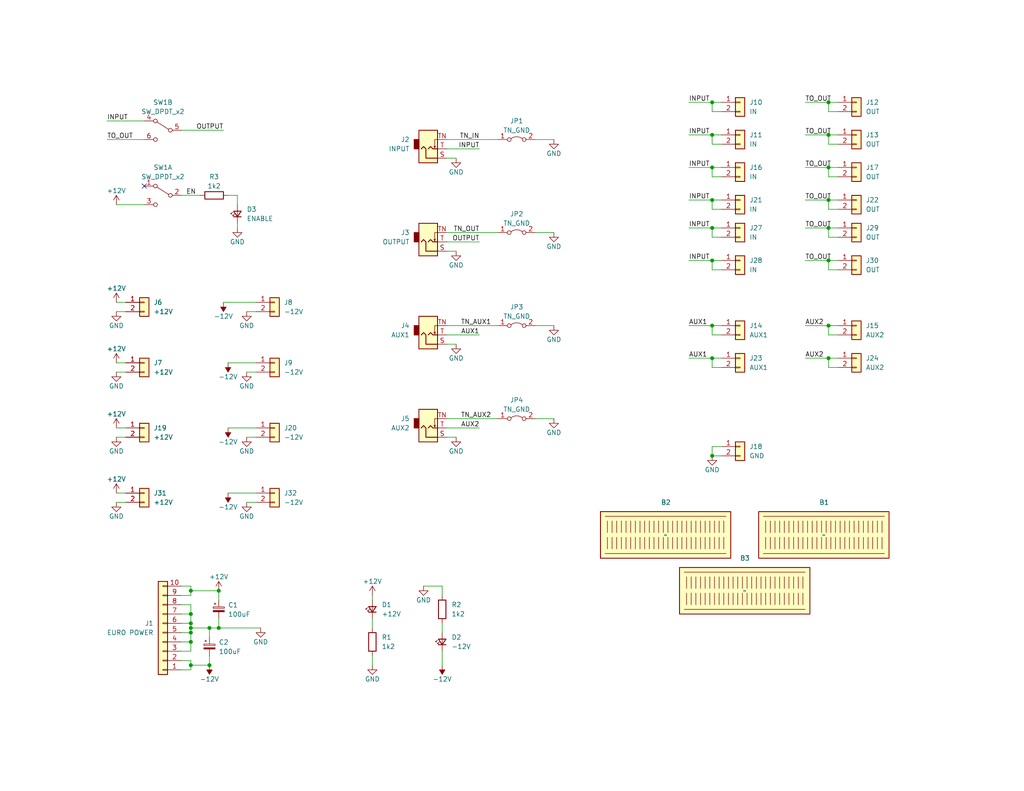
<source format=kicad_sch>
(kicad_sch (version 20230121) (generator eeschema)

  (uuid 8725b437-6188-4504-863f-0edfcc3f08f2)

  (paper "USLetter")

  (lib_symbols
    (symbol "Connector_Audio:AudioJack2_SwitchT" (in_bom yes) (on_board yes)
      (property "Reference" "J" (at 0 8.89 0)
        (effects (font (size 1.27 1.27)))
      )
      (property "Value" "AudioJack2_SwitchT" (at 0 6.35 0)
        (effects (font (size 1.27 1.27)))
      )
      (property "Footprint" "" (at 0 0 0)
        (effects (font (size 1.27 1.27)) hide)
      )
      (property "Datasheet" "~" (at 0 0 0)
        (effects (font (size 1.27 1.27)) hide)
      )
      (property "ki_keywords" "audio jack receptacle mono headphones phone TS connector" (at 0 0 0)
        (effects (font (size 1.27 1.27)) hide)
      )
      (property "ki_description" "Audio Jack, 2 Poles (Mono / TS), Switched T Pole (Normalling)" (at 0 0 0)
        (effects (font (size 1.27 1.27)) hide)
      )
      (property "ki_fp_filters" "Jack*" (at 0 0 0)
        (effects (font (size 1.27 1.27)) hide)
      )
      (symbol "AudioJack2_SwitchT_0_1"
        (rectangle (start -2.54 0) (end -3.81 -2.54)
          (stroke (width 0.254) (type default))
          (fill (type outline))
        )
        (polyline
          (pts
            (xy 1.778 -0.254)
            (xy 2.032 -0.762)
          )
          (stroke (width 0) (type default))
          (fill (type none))
        )
        (polyline
          (pts
            (xy 0 0)
            (xy 0.635 -0.635)
            (xy 1.27 0)
            (xy 2.54 0)
          )
          (stroke (width 0.254) (type default))
          (fill (type none))
        )
        (polyline
          (pts
            (xy 2.54 -2.54)
            (xy 1.778 -2.54)
            (xy 1.778 -0.254)
            (xy 1.524 -0.762)
          )
          (stroke (width 0) (type default))
          (fill (type none))
        )
        (polyline
          (pts
            (xy 2.54 2.54)
            (xy -0.635 2.54)
            (xy -0.635 0)
            (xy -1.27 -0.635)
            (xy -1.905 0)
          )
          (stroke (width 0.254) (type default))
          (fill (type none))
        )
        (rectangle (start 2.54 3.81) (end -2.54 -5.08)
          (stroke (width 0.254) (type default))
          (fill (type background))
        )
      )
      (symbol "AudioJack2_SwitchT_1_1"
        (pin passive line (at 5.08 2.54 180) (length 2.54)
          (name "~" (effects (font (size 1.27 1.27))))
          (number "S" (effects (font (size 1.27 1.27))))
        )
        (pin passive line (at 5.08 0 180) (length 2.54)
          (name "~" (effects (font (size 1.27 1.27))))
          (number "T" (effects (font (size 1.27 1.27))))
        )
        (pin passive line (at 5.08 -2.54 180) (length 2.54)
          (name "~" (effects (font (size 1.27 1.27))))
          (number "TN" (effects (font (size 1.27 1.27))))
        )
      )
    )
    (symbol "Connector_Generic:Conn_01x02" (pin_names (offset 1.016) hide) (in_bom yes) (on_board yes)
      (property "Reference" "J" (at 0 2.54 0)
        (effects (font (size 1.27 1.27)))
      )
      (property "Value" "Conn_01x02" (at 0 -5.08 0)
        (effects (font (size 1.27 1.27)))
      )
      (property "Footprint" "" (at 0 0 0)
        (effects (font (size 1.27 1.27)) hide)
      )
      (property "Datasheet" "~" (at 0 0 0)
        (effects (font (size 1.27 1.27)) hide)
      )
      (property "ki_keywords" "connector" (at 0 0 0)
        (effects (font (size 1.27 1.27)) hide)
      )
      (property "ki_description" "Generic connector, single row, 01x02, script generated (kicad-library-utils/schlib/autogen/connector/)" (at 0 0 0)
        (effects (font (size 1.27 1.27)) hide)
      )
      (property "ki_fp_filters" "Connector*:*_1x??_*" (at 0 0 0)
        (effects (font (size 1.27 1.27)) hide)
      )
      (symbol "Conn_01x02_1_1"
        (rectangle (start -1.27 -2.413) (end 0 -2.667)
          (stroke (width 0.1524) (type default))
          (fill (type none))
        )
        (rectangle (start -1.27 0.127) (end 0 -0.127)
          (stroke (width 0.1524) (type default))
          (fill (type none))
        )
        (rectangle (start -1.27 1.27) (end 1.27 -3.81)
          (stroke (width 0.254) (type default))
          (fill (type background))
        )
        (pin passive line (at -5.08 0 0) (length 3.81)
          (name "Pin_1" (effects (font (size 1.27 1.27))))
          (number "1" (effects (font (size 1.27 1.27))))
        )
        (pin passive line (at -5.08 -2.54 0) (length 3.81)
          (name "Pin_2" (effects (font (size 1.27 1.27))))
          (number "2" (effects (font (size 1.27 1.27))))
        )
      )
    )
    (symbol "Connector_Generic:Conn_01x10" (pin_names (offset 1.016) hide) (in_bom yes) (on_board yes)
      (property "Reference" "J" (at 0 12.7 0)
        (effects (font (size 1.27 1.27)))
      )
      (property "Value" "Conn_01x10" (at 0 -15.24 0)
        (effects (font (size 1.27 1.27)))
      )
      (property "Footprint" "" (at 0 0 0)
        (effects (font (size 1.27 1.27)) hide)
      )
      (property "Datasheet" "~" (at 0 0 0)
        (effects (font (size 1.27 1.27)) hide)
      )
      (property "ki_keywords" "connector" (at 0 0 0)
        (effects (font (size 1.27 1.27)) hide)
      )
      (property "ki_description" "Generic connector, single row, 01x10, script generated (kicad-library-utils/schlib/autogen/connector/)" (at 0 0 0)
        (effects (font (size 1.27 1.27)) hide)
      )
      (property "ki_fp_filters" "Connector*:*_1x??_*" (at 0 0 0)
        (effects (font (size 1.27 1.27)) hide)
      )
      (symbol "Conn_01x10_1_1"
        (rectangle (start -1.27 -12.573) (end 0 -12.827)
          (stroke (width 0.1524) (type default))
          (fill (type none))
        )
        (rectangle (start -1.27 -10.033) (end 0 -10.287)
          (stroke (width 0.1524) (type default))
          (fill (type none))
        )
        (rectangle (start -1.27 -7.493) (end 0 -7.747)
          (stroke (width 0.1524) (type default))
          (fill (type none))
        )
        (rectangle (start -1.27 -4.953) (end 0 -5.207)
          (stroke (width 0.1524) (type default))
          (fill (type none))
        )
        (rectangle (start -1.27 -2.413) (end 0 -2.667)
          (stroke (width 0.1524) (type default))
          (fill (type none))
        )
        (rectangle (start -1.27 0.127) (end 0 -0.127)
          (stroke (width 0.1524) (type default))
          (fill (type none))
        )
        (rectangle (start -1.27 2.667) (end 0 2.413)
          (stroke (width 0.1524) (type default))
          (fill (type none))
        )
        (rectangle (start -1.27 5.207) (end 0 4.953)
          (stroke (width 0.1524) (type default))
          (fill (type none))
        )
        (rectangle (start -1.27 7.747) (end 0 7.493)
          (stroke (width 0.1524) (type default))
          (fill (type none))
        )
        (rectangle (start -1.27 10.287) (end 0 10.033)
          (stroke (width 0.1524) (type default))
          (fill (type none))
        )
        (rectangle (start -1.27 11.43) (end 1.27 -13.97)
          (stroke (width 0.254) (type default))
          (fill (type background))
        )
        (pin passive line (at -5.08 10.16 0) (length 3.81)
          (name "Pin_1" (effects (font (size 1.27 1.27))))
          (number "1" (effects (font (size 1.27 1.27))))
        )
        (pin passive line (at -5.08 -12.7 0) (length 3.81)
          (name "Pin_10" (effects (font (size 1.27 1.27))))
          (number "10" (effects (font (size 1.27 1.27))))
        )
        (pin passive line (at -5.08 7.62 0) (length 3.81)
          (name "Pin_2" (effects (font (size 1.27 1.27))))
          (number "2" (effects (font (size 1.27 1.27))))
        )
        (pin passive line (at -5.08 5.08 0) (length 3.81)
          (name "Pin_3" (effects (font (size 1.27 1.27))))
          (number "3" (effects (font (size 1.27 1.27))))
        )
        (pin passive line (at -5.08 2.54 0) (length 3.81)
          (name "Pin_4" (effects (font (size 1.27 1.27))))
          (number "4" (effects (font (size 1.27 1.27))))
        )
        (pin passive line (at -5.08 0 0) (length 3.81)
          (name "Pin_5" (effects (font (size 1.27 1.27))))
          (number "5" (effects (font (size 1.27 1.27))))
        )
        (pin passive line (at -5.08 -2.54 0) (length 3.81)
          (name "Pin_6" (effects (font (size 1.27 1.27))))
          (number "6" (effects (font (size 1.27 1.27))))
        )
        (pin passive line (at -5.08 -5.08 0) (length 3.81)
          (name "Pin_7" (effects (font (size 1.27 1.27))))
          (number "7" (effects (font (size 1.27 1.27))))
        )
        (pin passive line (at -5.08 -7.62 0) (length 3.81)
          (name "Pin_8" (effects (font (size 1.27 1.27))))
          (number "8" (effects (font (size 1.27 1.27))))
        )
        (pin passive line (at -5.08 -10.16 0) (length 3.81)
          (name "Pin_9" (effects (font (size 1.27 1.27))))
          (number "9" (effects (font (size 1.27 1.27))))
        )
      )
    )
    (symbol "Device:C_Polarized_Small" (pin_numbers hide) (pin_names (offset 0.254) hide) (in_bom yes) (on_board yes)
      (property "Reference" "C" (at 0.254 1.778 0)
        (effects (font (size 1.27 1.27)) (justify left))
      )
      (property "Value" "C_Polarized_Small" (at 0.254 -2.032 0)
        (effects (font (size 1.27 1.27)) (justify left))
      )
      (property "Footprint" "" (at 0 0 0)
        (effects (font (size 1.27 1.27)) hide)
      )
      (property "Datasheet" "~" (at 0 0 0)
        (effects (font (size 1.27 1.27)) hide)
      )
      (property "ki_keywords" "cap capacitor" (at 0 0 0)
        (effects (font (size 1.27 1.27)) hide)
      )
      (property "ki_description" "Polarized capacitor, small symbol" (at 0 0 0)
        (effects (font (size 1.27 1.27)) hide)
      )
      (property "ki_fp_filters" "CP_*" (at 0 0 0)
        (effects (font (size 1.27 1.27)) hide)
      )
      (symbol "C_Polarized_Small_0_1"
        (rectangle (start -1.524 -0.3048) (end 1.524 -0.6858)
          (stroke (width 0) (type default))
          (fill (type outline))
        )
        (rectangle (start -1.524 0.6858) (end 1.524 0.3048)
          (stroke (width 0) (type default))
          (fill (type none))
        )
        (polyline
          (pts
            (xy -1.27 1.524)
            (xy -0.762 1.524)
          )
          (stroke (width 0) (type default))
          (fill (type none))
        )
        (polyline
          (pts
            (xy -1.016 1.27)
            (xy -1.016 1.778)
          )
          (stroke (width 0) (type default))
          (fill (type none))
        )
      )
      (symbol "C_Polarized_Small_1_1"
        (pin passive line (at 0 2.54 270) (length 1.8542)
          (name "~" (effects (font (size 1.27 1.27))))
          (number "1" (effects (font (size 1.27 1.27))))
        )
        (pin passive line (at 0 -2.54 90) (length 1.8542)
          (name "~" (effects (font (size 1.27 1.27))))
          (number "2" (effects (font (size 1.27 1.27))))
        )
      )
    )
    (symbol "Device:LED_Small" (pin_numbers hide) (pin_names (offset 0.254) hide) (in_bom yes) (on_board yes)
      (property "Reference" "D" (at -1.27 3.175 0)
        (effects (font (size 1.27 1.27)) (justify left))
      )
      (property "Value" "LED_Small" (at -4.445 -2.54 0)
        (effects (font (size 1.27 1.27)) (justify left))
      )
      (property "Footprint" "" (at 0 0 90)
        (effects (font (size 1.27 1.27)) hide)
      )
      (property "Datasheet" "~" (at 0 0 90)
        (effects (font (size 1.27 1.27)) hide)
      )
      (property "ki_keywords" "LED diode light-emitting-diode" (at 0 0 0)
        (effects (font (size 1.27 1.27)) hide)
      )
      (property "ki_description" "Light emitting diode, small symbol" (at 0 0 0)
        (effects (font (size 1.27 1.27)) hide)
      )
      (property "ki_fp_filters" "LED* LED_SMD:* LED_THT:*" (at 0 0 0)
        (effects (font (size 1.27 1.27)) hide)
      )
      (symbol "LED_Small_0_1"
        (polyline
          (pts
            (xy -0.762 -1.016)
            (xy -0.762 1.016)
          )
          (stroke (width 0.254) (type default))
          (fill (type none))
        )
        (polyline
          (pts
            (xy 1.016 0)
            (xy -0.762 0)
          )
          (stroke (width 0) (type default))
          (fill (type none))
        )
        (polyline
          (pts
            (xy 0.762 -1.016)
            (xy -0.762 0)
            (xy 0.762 1.016)
            (xy 0.762 -1.016)
          )
          (stroke (width 0.254) (type default))
          (fill (type none))
        )
        (polyline
          (pts
            (xy 0 0.762)
            (xy -0.508 1.27)
            (xy -0.254 1.27)
            (xy -0.508 1.27)
            (xy -0.508 1.016)
          )
          (stroke (width 0) (type default))
          (fill (type none))
        )
        (polyline
          (pts
            (xy 0.508 1.27)
            (xy 0 1.778)
            (xy 0.254 1.778)
            (xy 0 1.778)
            (xy 0 1.524)
          )
          (stroke (width 0) (type default))
          (fill (type none))
        )
      )
      (symbol "LED_Small_1_1"
        (pin passive line (at -2.54 0 0) (length 1.778)
          (name "K" (effects (font (size 1.27 1.27))))
          (number "1" (effects (font (size 1.27 1.27))))
        )
        (pin passive line (at 2.54 0 180) (length 1.778)
          (name "A" (effects (font (size 1.27 1.27))))
          (number "2" (effects (font (size 1.27 1.27))))
        )
      )
    )
    (symbol "Device:R" (pin_numbers hide) (pin_names (offset 0)) (in_bom yes) (on_board yes)
      (property "Reference" "R" (at 2.032 0 90)
        (effects (font (size 1.27 1.27)))
      )
      (property "Value" "R" (at 0 0 90)
        (effects (font (size 1.27 1.27)))
      )
      (property "Footprint" "" (at -1.778 0 90)
        (effects (font (size 1.27 1.27)) hide)
      )
      (property "Datasheet" "~" (at 0 0 0)
        (effects (font (size 1.27 1.27)) hide)
      )
      (property "ki_keywords" "R res resistor" (at 0 0 0)
        (effects (font (size 1.27 1.27)) hide)
      )
      (property "ki_description" "Resistor" (at 0 0 0)
        (effects (font (size 1.27 1.27)) hide)
      )
      (property "ki_fp_filters" "R_*" (at 0 0 0)
        (effects (font (size 1.27 1.27)) hide)
      )
      (symbol "R_0_1"
        (rectangle (start -1.016 -2.54) (end 1.016 2.54)
          (stroke (width 0.254) (type default))
          (fill (type none))
        )
      )
      (symbol "R_1_1"
        (pin passive line (at 0 3.81 270) (length 1.27)
          (name "~" (effects (font (size 1.27 1.27))))
          (number "1" (effects (font (size 1.27 1.27))))
        )
        (pin passive line (at 0 -3.81 90) (length 1.27)
          (name "~" (effects (font (size 1.27 1.27))))
          (number "2" (effects (font (size 1.27 1.27))))
        )
      )
    )
    (symbol "Jumper:Jumper_2_Bridged" (pin_names (offset 0) hide) (in_bom yes) (on_board yes)
      (property "Reference" "JP" (at 0 1.905 0)
        (effects (font (size 1.27 1.27)))
      )
      (property "Value" "Jumper_2_Bridged" (at 0 -2.54 0)
        (effects (font (size 1.27 1.27)))
      )
      (property "Footprint" "" (at 0 0 0)
        (effects (font (size 1.27 1.27)) hide)
      )
      (property "Datasheet" "~" (at 0 0 0)
        (effects (font (size 1.27 1.27)) hide)
      )
      (property "ki_keywords" "Jumper SPST" (at 0 0 0)
        (effects (font (size 1.27 1.27)) hide)
      )
      (property "ki_description" "Jumper, 2-pole, closed/bridged" (at 0 0 0)
        (effects (font (size 1.27 1.27)) hide)
      )
      (property "ki_fp_filters" "Jumper* TestPoint*2Pads* TestPoint*Bridge*" (at 0 0 0)
        (effects (font (size 1.27 1.27)) hide)
      )
      (symbol "Jumper_2_Bridged_0_0"
        (circle (center -2.032 0) (radius 0.508)
          (stroke (width 0) (type default))
          (fill (type none))
        )
        (circle (center 2.032 0) (radius 0.508)
          (stroke (width 0) (type default))
          (fill (type none))
        )
      )
      (symbol "Jumper_2_Bridged_0_1"
        (arc (start 1.524 0.254) (mid 0 0.762) (end -1.524 0.254)
          (stroke (width 0) (type default))
          (fill (type none))
        )
      )
      (symbol "Jumper_2_Bridged_1_1"
        (pin passive line (at -5.08 0 0) (length 2.54)
          (name "A" (effects (font (size 1.27 1.27))))
          (number "1" (effects (font (size 1.27 1.27))))
        )
        (pin passive line (at 5.08 0 180) (length 2.54)
          (name "B" (effects (font (size 1.27 1.27))))
          (number "2" (effects (font (size 1.27 1.27))))
        )
      )
    )
    (symbol "Switch:SW_DPDT_x2" (pin_names (offset 0) hide) (in_bom yes) (on_board yes)
      (property "Reference" "SW" (at 0 4.318 0)
        (effects (font (size 1.27 1.27)))
      )
      (property "Value" "SW_DPDT_x2" (at 0 -5.08 0)
        (effects (font (size 1.27 1.27)))
      )
      (property "Footprint" "" (at 0 0 0)
        (effects (font (size 1.27 1.27)) hide)
      )
      (property "Datasheet" "~" (at 0 0 0)
        (effects (font (size 1.27 1.27)) hide)
      )
      (property "ki_keywords" "switch dual-pole double-throw DPDT spdt ON-ON" (at 0 0 0)
        (effects (font (size 1.27 1.27)) hide)
      )
      (property "ki_description" "Switch, dual pole double throw, separate symbols" (at 0 0 0)
        (effects (font (size 1.27 1.27)) hide)
      )
      (property "ki_fp_filters" "SW*DPDT*" (at 0 0 0)
        (effects (font (size 1.27 1.27)) hide)
      )
      (symbol "SW_DPDT_x2_0_0"
        (circle (center -2.032 0) (radius 0.508)
          (stroke (width 0) (type default))
          (fill (type none))
        )
        (circle (center 2.032 -2.54) (radius 0.508)
          (stroke (width 0) (type default))
          (fill (type none))
        )
      )
      (symbol "SW_DPDT_x2_0_1"
        (polyline
          (pts
            (xy -1.524 0.254)
            (xy 1.651 2.286)
          )
          (stroke (width 0) (type default))
          (fill (type none))
        )
        (circle (center 2.032 2.54) (radius 0.508)
          (stroke (width 0) (type default))
          (fill (type none))
        )
      )
      (symbol "SW_DPDT_x2_1_1"
        (pin passive line (at 5.08 2.54 180) (length 2.54)
          (name "A" (effects (font (size 1.27 1.27))))
          (number "1" (effects (font (size 1.27 1.27))))
        )
        (pin passive line (at -5.08 0 0) (length 2.54)
          (name "B" (effects (font (size 1.27 1.27))))
          (number "2" (effects (font (size 1.27 1.27))))
        )
        (pin passive line (at 5.08 -2.54 180) (length 2.54)
          (name "C" (effects (font (size 1.27 1.27))))
          (number "3" (effects (font (size 1.27 1.27))))
        )
      )
      (symbol "SW_DPDT_x2_2_1"
        (pin passive line (at 5.08 2.54 180) (length 2.54)
          (name "A" (effects (font (size 1.27 1.27))))
          (number "4" (effects (font (size 1.27 1.27))))
        )
        (pin passive line (at -5.08 0 0) (length 2.54)
          (name "B" (effects (font (size 1.27 1.27))))
          (number "5" (effects (font (size 1.27 1.27))))
        )
        (pin passive line (at 5.08 -2.54 180) (length 2.54)
          (name "C" (effects (font (size 1.27 1.27))))
          (number "6" (effects (font (size 1.27 1.27))))
        )
      )
    )
    (symbol "kosmo-lib:Breadboard" (in_bom yes) (on_board yes)
      (property "Reference" "B" (at 0 8.255 0)
        (effects (font (size 1.27 1.27)))
      )
      (property "Value" "" (at 0.635 0 0)
        (effects (font (size 1.27 1.27)))
      )
      (property "Footprint" "kosmo-lib:Breadboard" (at 0.635 0 0)
        (effects (font (size 1.27 1.27)) hide)
      )
      (property "Datasheet" "" (at 0.635 0 0)
        (effects (font (size 1.27 1.27)) hide)
      )
      (symbol "Breadboard_0_1"
        (polyline
          (pts
            (xy -16.51 -5.08)
            (xy 16.51 -5.08)
          )
          (stroke (width 0) (type default))
          (fill (type none))
        )
        (polyline
          (pts
            (xy -16.51 5.08)
            (xy 16.51 5.08)
          )
          (stroke (width 0) (type default))
          (fill (type none))
        )
        (polyline
          (pts
            (xy -15.875 -0.635)
            (xy -15.875 -3.81)
          )
          (stroke (width 0) (type default))
          (fill (type none))
        )
        (polyline
          (pts
            (xy -15.875 0.635)
            (xy -15.875 3.81)
          )
          (stroke (width 0) (type default))
          (fill (type none))
        )
        (polyline
          (pts
            (xy -14.605 -0.635)
            (xy -14.605 -3.81)
          )
          (stroke (width 0) (type default))
          (fill (type none))
        )
        (polyline
          (pts
            (xy -14.605 0.635)
            (xy -14.605 3.81)
          )
          (stroke (width 0) (type default))
          (fill (type none))
        )
        (polyline
          (pts
            (xy -13.335 -0.635)
            (xy -13.335 -3.81)
          )
          (stroke (width 0) (type default))
          (fill (type none))
        )
        (polyline
          (pts
            (xy -13.335 0.635)
            (xy -13.335 3.81)
          )
          (stroke (width 0) (type default))
          (fill (type none))
        )
        (polyline
          (pts
            (xy -12.065 -0.635)
            (xy -12.065 -3.81)
          )
          (stroke (width 0) (type default))
          (fill (type none))
        )
        (polyline
          (pts
            (xy -12.065 0.635)
            (xy -12.065 3.81)
          )
          (stroke (width 0) (type default))
          (fill (type none))
        )
        (polyline
          (pts
            (xy -10.795 -0.635)
            (xy -10.795 -3.81)
          )
          (stroke (width 0) (type default))
          (fill (type none))
        )
        (polyline
          (pts
            (xy -10.795 0.635)
            (xy -10.795 3.81)
          )
          (stroke (width 0) (type default))
          (fill (type none))
        )
        (polyline
          (pts
            (xy -9.525 -0.635)
            (xy -9.525 -3.81)
          )
          (stroke (width 0) (type default))
          (fill (type none))
        )
        (polyline
          (pts
            (xy -9.525 0.635)
            (xy -9.525 3.81)
          )
          (stroke (width 0) (type default))
          (fill (type none))
        )
        (polyline
          (pts
            (xy -8.255 -0.635)
            (xy -8.255 -3.81)
          )
          (stroke (width 0) (type default))
          (fill (type none))
        )
        (polyline
          (pts
            (xy -8.255 0.635)
            (xy -8.255 3.81)
          )
          (stroke (width 0) (type default))
          (fill (type none))
        )
        (polyline
          (pts
            (xy -6.985 -0.635)
            (xy -6.985 -3.81)
          )
          (stroke (width 0) (type default))
          (fill (type none))
        )
        (polyline
          (pts
            (xy -6.985 0.635)
            (xy -6.985 3.81)
          )
          (stroke (width 0) (type default))
          (fill (type none))
        )
        (polyline
          (pts
            (xy -5.715 -0.635)
            (xy -5.715 -3.81)
          )
          (stroke (width 0) (type default))
          (fill (type none))
        )
        (polyline
          (pts
            (xy -5.715 0.635)
            (xy -5.715 3.81)
          )
          (stroke (width 0) (type default))
          (fill (type none))
        )
        (polyline
          (pts
            (xy -4.445 -0.635)
            (xy -4.445 -3.81)
          )
          (stroke (width 0) (type default))
          (fill (type none))
        )
        (polyline
          (pts
            (xy -4.445 0.635)
            (xy -4.445 3.81)
          )
          (stroke (width 0) (type default))
          (fill (type none))
        )
        (polyline
          (pts
            (xy -3.175 -0.635)
            (xy -3.175 -3.81)
          )
          (stroke (width 0) (type default))
          (fill (type none))
        )
        (polyline
          (pts
            (xy -3.175 0.635)
            (xy -3.175 3.81)
          )
          (stroke (width 0) (type default))
          (fill (type none))
        )
        (polyline
          (pts
            (xy -1.905 -0.635)
            (xy -1.905 -3.81)
          )
          (stroke (width 0) (type default))
          (fill (type none))
        )
        (polyline
          (pts
            (xy -1.905 0.635)
            (xy -1.905 3.81)
          )
          (stroke (width 0) (type default))
          (fill (type none))
        )
        (polyline
          (pts
            (xy -0.635 -0.635)
            (xy -0.635 -3.81)
          )
          (stroke (width 0) (type default))
          (fill (type none))
        )
        (polyline
          (pts
            (xy -0.635 0.635)
            (xy -0.635 3.81)
          )
          (stroke (width 0) (type default))
          (fill (type none))
        )
        (polyline
          (pts
            (xy 0.635 -0.635)
            (xy 0.635 -3.81)
          )
          (stroke (width 0) (type default))
          (fill (type none))
        )
        (polyline
          (pts
            (xy 0.635 0.635)
            (xy 0.635 3.81)
          )
          (stroke (width 0) (type default))
          (fill (type none))
        )
        (polyline
          (pts
            (xy 1.905 -0.635)
            (xy 1.905 -3.81)
          )
          (stroke (width 0) (type default))
          (fill (type none))
        )
        (polyline
          (pts
            (xy 1.905 3.81)
            (xy 1.905 0.635)
          )
          (stroke (width 0) (type default))
          (fill (type none))
        )
        (polyline
          (pts
            (xy 3.175 -0.635)
            (xy 3.175 -3.81)
          )
          (stroke (width 0) (type default))
          (fill (type none))
        )
        (polyline
          (pts
            (xy 3.175 3.81)
            (xy 3.175 0.635)
          )
          (stroke (width 0) (type default))
          (fill (type none))
        )
        (polyline
          (pts
            (xy 4.445 -0.635)
            (xy 4.445 -3.81)
          )
          (stroke (width 0) (type default))
          (fill (type none))
        )
        (polyline
          (pts
            (xy 4.445 3.81)
            (xy 4.445 0.635)
          )
          (stroke (width 0) (type default))
          (fill (type none))
        )
        (polyline
          (pts
            (xy 5.715 -0.635)
            (xy 5.715 -3.81)
          )
          (stroke (width 0) (type default))
          (fill (type none))
        )
        (polyline
          (pts
            (xy 5.715 3.81)
            (xy 5.715 0.635)
          )
          (stroke (width 0) (type default))
          (fill (type none))
        )
        (polyline
          (pts
            (xy 6.985 -0.635)
            (xy 6.985 -3.81)
          )
          (stroke (width 0) (type default))
          (fill (type none))
        )
        (polyline
          (pts
            (xy 6.985 3.81)
            (xy 6.985 0.635)
          )
          (stroke (width 0) (type default))
          (fill (type none))
        )
        (polyline
          (pts
            (xy 8.255 -0.635)
            (xy 8.255 -3.81)
          )
          (stroke (width 0) (type default))
          (fill (type none))
        )
        (polyline
          (pts
            (xy 8.255 3.81)
            (xy 8.255 0.635)
          )
          (stroke (width 0) (type default))
          (fill (type none))
        )
        (polyline
          (pts
            (xy 9.525 -0.635)
            (xy 9.525 -3.81)
          )
          (stroke (width 0) (type default))
          (fill (type none))
        )
        (polyline
          (pts
            (xy 9.525 3.81)
            (xy 9.525 0.635)
          )
          (stroke (width 0) (type default))
          (fill (type none))
        )
        (polyline
          (pts
            (xy 10.795 -0.635)
            (xy 10.795 -3.81)
          )
          (stroke (width 0) (type default))
          (fill (type none))
        )
        (polyline
          (pts
            (xy 10.795 3.81)
            (xy 10.795 0.635)
          )
          (stroke (width 0) (type default))
          (fill (type none))
        )
        (polyline
          (pts
            (xy 12.065 -0.635)
            (xy 12.065 -3.81)
          )
          (stroke (width 0) (type default))
          (fill (type none))
        )
        (polyline
          (pts
            (xy 12.065 3.81)
            (xy 12.065 0.635)
          )
          (stroke (width 0) (type default))
          (fill (type none))
        )
        (polyline
          (pts
            (xy 13.335 -0.635)
            (xy 13.335 -3.81)
          )
          (stroke (width 0) (type default))
          (fill (type none))
        )
        (polyline
          (pts
            (xy 13.335 3.81)
            (xy 13.335 0.635)
          )
          (stroke (width 0) (type default))
          (fill (type none))
        )
        (polyline
          (pts
            (xy 14.605 -0.635)
            (xy 14.605 -3.81)
          )
          (stroke (width 0) (type default))
          (fill (type none))
        )
        (polyline
          (pts
            (xy 14.605 3.81)
            (xy 14.605 0.635)
          )
          (stroke (width 0) (type default))
          (fill (type none))
        )
        (polyline
          (pts
            (xy 15.875 -0.635)
            (xy 15.875 -3.81)
          )
          (stroke (width 0) (type default))
          (fill (type none))
        )
        (polyline
          (pts
            (xy 15.875 3.81)
            (xy 15.875 0.635)
          )
          (stroke (width 0) (type default))
          (fill (type none))
        )
      )
      (symbol "Breadboard_1_1"
        (rectangle (start -17.78 6.35) (end 17.78 -6.35)
          (stroke (width 0.254) (type default))
          (fill (type background))
        )
      )
    )
    (symbol "power:+12V" (power) (pin_names (offset 0)) (in_bom yes) (on_board yes)
      (property "Reference" "#PWR" (at 0 -3.81 0)
        (effects (font (size 1.27 1.27)) hide)
      )
      (property "Value" "+12V" (at 0 3.556 0)
        (effects (font (size 1.27 1.27)))
      )
      (property "Footprint" "" (at 0 0 0)
        (effects (font (size 1.27 1.27)) hide)
      )
      (property "Datasheet" "" (at 0 0 0)
        (effects (font (size 1.27 1.27)) hide)
      )
      (property "ki_keywords" "global power" (at 0 0 0)
        (effects (font (size 1.27 1.27)) hide)
      )
      (property "ki_description" "Power symbol creates a global label with name \"+12V\"" (at 0 0 0)
        (effects (font (size 1.27 1.27)) hide)
      )
      (symbol "+12V_0_1"
        (polyline
          (pts
            (xy -0.762 1.27)
            (xy 0 2.54)
          )
          (stroke (width 0) (type default))
          (fill (type none))
        )
        (polyline
          (pts
            (xy 0 0)
            (xy 0 2.54)
          )
          (stroke (width 0) (type default))
          (fill (type none))
        )
        (polyline
          (pts
            (xy 0 2.54)
            (xy 0.762 1.27)
          )
          (stroke (width 0) (type default))
          (fill (type none))
        )
      )
      (symbol "+12V_1_1"
        (pin power_in line (at 0 0 90) (length 0) hide
          (name "+12V" (effects (font (size 1.27 1.27))))
          (number "1" (effects (font (size 1.27 1.27))))
        )
      )
    )
    (symbol "power:-12V" (power) (pin_names (offset 0)) (in_bom yes) (on_board yes)
      (property "Reference" "#PWR" (at 0 2.54 0)
        (effects (font (size 1.27 1.27)) hide)
      )
      (property "Value" "-12V" (at 0 3.81 0)
        (effects (font (size 1.27 1.27)))
      )
      (property "Footprint" "" (at 0 0 0)
        (effects (font (size 1.27 1.27)) hide)
      )
      (property "Datasheet" "" (at 0 0 0)
        (effects (font (size 1.27 1.27)) hide)
      )
      (property "ki_keywords" "global power" (at 0 0 0)
        (effects (font (size 1.27 1.27)) hide)
      )
      (property "ki_description" "Power symbol creates a global label with name \"-12V\"" (at 0 0 0)
        (effects (font (size 1.27 1.27)) hide)
      )
      (symbol "-12V_0_0"
        (pin power_in line (at 0 0 90) (length 0) hide
          (name "-12V" (effects (font (size 1.27 1.27))))
          (number "1" (effects (font (size 1.27 1.27))))
        )
      )
      (symbol "-12V_0_1"
        (polyline
          (pts
            (xy 0 0)
            (xy 0 1.27)
            (xy 0.762 1.27)
            (xy 0 2.54)
            (xy -0.762 1.27)
            (xy 0 1.27)
          )
          (stroke (width 0) (type default))
          (fill (type outline))
        )
      )
    )
    (symbol "power:GND" (power) (pin_names (offset 0)) (in_bom yes) (on_board yes)
      (property "Reference" "#PWR" (at 0 -6.35 0)
        (effects (font (size 1.27 1.27)) hide)
      )
      (property "Value" "GND" (at 0 -3.81 0)
        (effects (font (size 1.27 1.27)))
      )
      (property "Footprint" "" (at 0 0 0)
        (effects (font (size 1.27 1.27)) hide)
      )
      (property "Datasheet" "" (at 0 0 0)
        (effects (font (size 1.27 1.27)) hide)
      )
      (property "ki_keywords" "global power" (at 0 0 0)
        (effects (font (size 1.27 1.27)) hide)
      )
      (property "ki_description" "Power symbol creates a global label with name \"GND\" , ground" (at 0 0 0)
        (effects (font (size 1.27 1.27)) hide)
      )
      (symbol "GND_0_1"
        (polyline
          (pts
            (xy 0 0)
            (xy 0 -1.27)
            (xy 1.27 -1.27)
            (xy 0 -2.54)
            (xy -1.27 -1.27)
            (xy 0 -1.27)
          )
          (stroke (width 0) (type default))
          (fill (type none))
        )
      )
      (symbol "GND_1_1"
        (pin power_in line (at 0 0 270) (length 0) hide
          (name "GND" (effects (font (size 1.27 1.27))))
          (number "1" (effects (font (size 1.27 1.27))))
        )
      )
    )
  )

  (junction (at 226.06 54.61) (diameter 0) (color 0 0 0 0)
    (uuid 009eb6b7-adab-413a-8769-e18f8cdf8004)
  )
  (junction (at 194.31 62.23) (diameter 0) (color 0 0 0 0)
    (uuid 05d4d7e7-2489-4de1-8e42-bfb7499f6f5d)
  )
  (junction (at 59.69 161.29) (diameter 0) (color 0 0 0 0)
    (uuid 0cdc9c65-7705-4e2d-b2aa-9fdd05bb5ea4)
  )
  (junction (at 226.06 71.12) (diameter 0) (color 0 0 0 0)
    (uuid 0da44f51-5176-4183-ade9-fae923c540b6)
  )
  (junction (at 52.07 167.64) (diameter 0) (color 0 0 0 0)
    (uuid 0e008dbf-ab53-4892-8e9f-253849484835)
  )
  (junction (at 57.15 181.61) (diameter 0) (color 0 0 0 0)
    (uuid 1f933abf-241c-4103-9c40-6a8d130edc31)
  )
  (junction (at 226.06 27.94) (diameter 0) (color 0 0 0 0)
    (uuid 240b4c8b-6207-48a8-bb8b-434d9bc8d0b4)
  )
  (junction (at 226.06 97.79) (diameter 0) (color 0 0 0 0)
    (uuid 372dc275-7035-40d1-8505-56334f5fefbe)
  )
  (junction (at 52.07 171.45) (diameter 0) (color 0 0 0 0)
    (uuid 5b698a13-7dc9-48a9-bafa-062d03553a74)
  )
  (junction (at 57.15 171.45) (diameter 0) (color 0 0 0 0)
    (uuid 66f700ed-3d58-4ca3-a96e-c923798f5f7b)
  )
  (junction (at 226.06 45.72) (diameter 0) (color 0 0 0 0)
    (uuid 6e56d7f5-48ed-4662-8c33-09e827499179)
  )
  (junction (at 194.31 97.79) (diameter 0) (color 0 0 0 0)
    (uuid 74c4c380-4212-4df1-a6cb-dad89ec28b43)
  )
  (junction (at 194.31 36.83) (diameter 0) (color 0 0 0 0)
    (uuid 78a9ef8c-db66-4953-9b0f-79eb590dbda4)
  )
  (junction (at 52.07 170.18) (diameter 0) (color 0 0 0 0)
    (uuid 7966505f-61d4-450f-8616-0b99f2791520)
  )
  (junction (at 194.31 88.9) (diameter 0) (color 0 0 0 0)
    (uuid 7ece6318-21d1-418a-9cc9-91bcef8d69d5)
  )
  (junction (at 226.06 62.23) (diameter 0) (color 0 0 0 0)
    (uuid 939f1b59-8ce9-4701-b6bc-e81fa2b54ee9)
  )
  (junction (at 194.31 54.61) (diameter 0) (color 0 0 0 0)
    (uuid a0753449-5b20-4af9-aa5f-9178be22d861)
  )
  (junction (at 226.06 36.83) (diameter 0) (color 0 0 0 0)
    (uuid b1afc639-56e9-4c29-9804-81b1ca7f218b)
  )
  (junction (at 194.31 71.12) (diameter 0) (color 0 0 0 0)
    (uuid b767ddb6-08c1-41a8-9424-868b60dc956f)
  )
  (junction (at 52.07 161.29) (diameter 0) (color 0 0 0 0)
    (uuid b76e62ce-06d8-4196-a7f6-d190161af192)
  )
  (junction (at 59.69 171.45) (diameter 0) (color 0 0 0 0)
    (uuid c75bdd98-e311-4d5b-ab52-4241d088e946)
  )
  (junction (at 194.31 27.94) (diameter 0) (color 0 0 0 0)
    (uuid d8431839-2b81-48bd-8ec7-85cc44330d9b)
  )
  (junction (at 52.07 175.26) (diameter 0) (color 0 0 0 0)
    (uuid e1af1167-6003-4d13-95fd-7856d002b9c7)
  )
  (junction (at 194.31 45.72) (diameter 0) (color 0 0 0 0)
    (uuid e5f4e2c2-9060-4830-9574-62e0442a7f77)
  )
  (junction (at 194.31 124.46) (diameter 0) (color 0 0 0 0)
    (uuid e8ae310e-924e-4840-919b-33f0ed214719)
  )
  (junction (at 226.06 88.9) (diameter 0) (color 0 0 0 0)
    (uuid eab09fde-647b-40e3-a7ea-d08f9d8c77ad)
  )
  (junction (at 52.07 172.72) (diameter 0) (color 0 0 0 0)
    (uuid edcba5da-e27d-411d-b25f-72e9856e08be)
  )
  (junction (at 52.07 181.61) (diameter 0) (color 0 0 0 0)
    (uuid efa2fe9e-54c7-4a68-8713-419af78a4f4f)
  )

  (no_connect (at 39.37 50.8) (uuid 9e47a7a1-4f76-41dc-8759-8ed52e7f4b32))

  (wire (pts (xy 59.69 161.29) (xy 52.07 161.29))
    (stroke (width 0) (type default))
    (uuid 0053fb3e-a379-4812-b9b9-24356d8f619f)
  )
  (wire (pts (xy 31.75 119.38) (xy 34.29 119.38))
    (stroke (width 0) (type default))
    (uuid 01332ad9-0f3e-4ea4-a087-db82a3e06857)
  )
  (wire (pts (xy 219.71 71.12) (xy 226.06 71.12))
    (stroke (width 0) (type default))
    (uuid 01769ef7-d880-4c69-ab4b-e09d4a5b6749)
  )
  (wire (pts (xy 194.31 57.15) (xy 194.31 54.61))
    (stroke (width 0) (type default))
    (uuid 061b1370-ab81-40c4-abbf-f9d685abe025)
  )
  (wire (pts (xy 121.92 116.84) (xy 130.81 116.84))
    (stroke (width 0) (type default))
    (uuid 08cf2e40-57ce-41af-8270-c0d6691edf60)
  )
  (wire (pts (xy 228.6 91.44) (xy 226.06 91.44))
    (stroke (width 0) (type default))
    (uuid 0f082dda-ece0-480b-80b0-aead0a49d271)
  )
  (wire (pts (xy 31.75 85.09) (xy 34.29 85.09))
    (stroke (width 0) (type default))
    (uuid 0feb76ba-777b-46ea-bfa8-791287b0ace4)
  )
  (wire (pts (xy 49.53 160.02) (xy 52.07 160.02))
    (stroke (width 0) (type default))
    (uuid 11af22df-9885-4221-b653-5325f9a8c32e)
  )
  (wire (pts (xy 31.75 101.6) (xy 34.29 101.6))
    (stroke (width 0) (type default))
    (uuid 12089417-b10c-4e1c-84bc-78a9a0815d80)
  )
  (wire (pts (xy 64.77 60.96) (xy 64.77 62.23))
    (stroke (width 0) (type default))
    (uuid 1574f675-edcf-4c57-85da-9c87edd2890c)
  )
  (wire (pts (xy 226.06 91.44) (xy 226.06 88.9))
    (stroke (width 0) (type default))
    (uuid 15e544b0-5d96-41cb-9458-3b35a63edd93)
  )
  (wire (pts (xy 196.85 73.66) (xy 194.31 73.66))
    (stroke (width 0) (type default))
    (uuid 1636bcdf-54c2-4816-b623-e5d64d452da5)
  )
  (wire (pts (xy 194.31 88.9) (xy 196.85 88.9))
    (stroke (width 0) (type default))
    (uuid 20ede9c6-bc95-448f-8bb8-d66512a39cd1)
  )
  (wire (pts (xy 226.06 36.83) (xy 228.6 36.83))
    (stroke (width 0) (type default))
    (uuid 21333988-619a-447e-b633-2742bbff208b)
  )
  (wire (pts (xy 194.31 39.37) (xy 194.31 36.83))
    (stroke (width 0) (type default))
    (uuid 242d5e95-0ec8-40d6-b499-d61a295ce9a2)
  )
  (wire (pts (xy 228.6 39.37) (xy 226.06 39.37))
    (stroke (width 0) (type default))
    (uuid 24a65e5a-1773-41fd-88aa-234090b07c87)
  )
  (wire (pts (xy 31.75 82.55) (xy 34.29 82.55))
    (stroke (width 0) (type default))
    (uuid 261de683-d114-4cdd-8340-f18e889b29ee)
  )
  (wire (pts (xy 187.96 97.79) (xy 194.31 97.79))
    (stroke (width 0) (type default))
    (uuid 27af734d-1dea-49f5-9cc9-de19d764d078)
  )
  (wire (pts (xy 121.92 40.64) (xy 130.81 40.64))
    (stroke (width 0) (type default))
    (uuid 283a54b7-a119-4717-a114-008944f8c47d)
  )
  (wire (pts (xy 196.85 57.15) (xy 194.31 57.15))
    (stroke (width 0) (type default))
    (uuid 291ba41d-5a5d-40d2-bbfb-0eaf7238dcd1)
  )
  (wire (pts (xy 124.46 43.18) (xy 121.92 43.18))
    (stroke (width 0) (type default))
    (uuid 2999f799-2b58-4b56-8db9-a8666a0d4603)
  )
  (wire (pts (xy 101.6 162.56) (xy 101.6 163.83))
    (stroke (width 0) (type default))
    (uuid 2ab83024-276c-4ca4-8f4e-f6ad5cbf7e7c)
  )
  (wire (pts (xy 228.6 73.66) (xy 226.06 73.66))
    (stroke (width 0) (type default))
    (uuid 2acc00f9-98f5-4930-b5d4-79d282a29739)
  )
  (wire (pts (xy 196.85 48.26) (xy 194.31 48.26))
    (stroke (width 0) (type default))
    (uuid 2c1ab0b1-1a39-405b-9530-abd10810d519)
  )
  (wire (pts (xy 228.6 100.33) (xy 226.06 100.33))
    (stroke (width 0) (type default))
    (uuid 2c1c0bfd-fc02-4429-ba2f-ae687a004409)
  )
  (wire (pts (xy 57.15 171.45) (xy 52.07 171.45))
    (stroke (width 0) (type default))
    (uuid 2c42201a-2d63-42e8-9e47-7a588301a261)
  )
  (wire (pts (xy 226.06 45.72) (xy 228.6 45.72))
    (stroke (width 0) (type default))
    (uuid 2c5a81db-11bb-4f9b-bfc6-ea7a836cf0e6)
  )
  (wire (pts (xy 226.06 97.79) (xy 228.6 97.79))
    (stroke (width 0) (type default))
    (uuid 2cb6700b-7001-4bff-83c6-f822d72d6d2d)
  )
  (wire (pts (xy 226.06 64.77) (xy 226.06 62.23))
    (stroke (width 0) (type default))
    (uuid 2ced7fc1-e378-465c-be0c-129215625070)
  )
  (wire (pts (xy 146.05 114.3) (xy 151.13 114.3))
    (stroke (width 0) (type default))
    (uuid 2d54f0c4-d2b7-4437-93ac-d54391787de9)
  )
  (wire (pts (xy 31.75 116.84) (xy 34.29 116.84))
    (stroke (width 0) (type default))
    (uuid 3005f4fb-620f-4329-9471-5327f0ac8ab6)
  )
  (wire (pts (xy 146.05 63.5) (xy 151.13 63.5))
    (stroke (width 0) (type default))
    (uuid 30a8d287-220e-42ea-ac44-7717ed557635)
  )
  (wire (pts (xy 29.21 33.02) (xy 39.37 33.02))
    (stroke (width 0) (type default))
    (uuid 3191d300-ca10-434b-b6c8-23ab02921cd7)
  )
  (wire (pts (xy 228.6 57.15) (xy 226.06 57.15))
    (stroke (width 0) (type default))
    (uuid 32fc3452-3eea-41d5-93c3-9fa2573edaae)
  )
  (wire (pts (xy 194.31 124.46) (xy 196.85 124.46))
    (stroke (width 0) (type default))
    (uuid 3981c602-a2a2-4ca3-9281-8886b725727e)
  )
  (wire (pts (xy 194.31 97.79) (xy 196.85 97.79))
    (stroke (width 0) (type default))
    (uuid 39f356cf-3ee1-4b99-aeae-926cc51ede36)
  )
  (wire (pts (xy 219.71 88.9) (xy 226.06 88.9))
    (stroke (width 0) (type default))
    (uuid 3da7ee66-933d-4431-b1a0-1a02db285569)
  )
  (wire (pts (xy 62.23 116.84) (xy 69.85 116.84))
    (stroke (width 0) (type default))
    (uuid 3f3e2e67-04c8-450d-ab03-5ac2378cb89e)
  )
  (wire (pts (xy 219.71 62.23) (xy 226.06 62.23))
    (stroke (width 0) (type default))
    (uuid 467ff63c-b56a-42bd-80e4-37903827848e)
  )
  (wire (pts (xy 187.96 36.83) (xy 194.31 36.83))
    (stroke (width 0) (type default))
    (uuid 4787162c-2b21-491a-8f67-870aeedf3d8e)
  )
  (wire (pts (xy 194.31 100.33) (xy 194.31 97.79))
    (stroke (width 0) (type default))
    (uuid 4a73d531-09e5-4f42-84aa-88762f5e2a5c)
  )
  (wire (pts (xy 67.31 85.09) (xy 69.85 85.09))
    (stroke (width 0) (type default))
    (uuid 50abc5a5-b0b9-429a-aa21-de9e25bf396c)
  )
  (wire (pts (xy 49.53 170.18) (xy 52.07 170.18))
    (stroke (width 0) (type default))
    (uuid 52a95a12-a201-4e99-a207-0ae6c15cc70a)
  )
  (wire (pts (xy 124.46 119.38) (xy 121.92 119.38))
    (stroke (width 0) (type default))
    (uuid 545a7c58-0a1e-44fb-b646-701f2290ef70)
  )
  (wire (pts (xy 219.71 27.94) (xy 226.06 27.94))
    (stroke (width 0) (type default))
    (uuid 5537adc3-1c84-42a2-97f4-050bd91d35a2)
  )
  (wire (pts (xy 121.92 91.44) (xy 130.81 91.44))
    (stroke (width 0) (type default))
    (uuid 559def95-a913-480e-a9c0-43c957d78c08)
  )
  (wire (pts (xy 49.53 35.56) (xy 60.96 35.56))
    (stroke (width 0) (type default))
    (uuid 55ef6a52-87ad-4693-baa9-15673509d448)
  )
  (wire (pts (xy 187.96 27.94) (xy 194.31 27.94))
    (stroke (width 0) (type default))
    (uuid 58bbdcb8-f7ed-4cc8-a490-136c0ad2e9c0)
  )
  (wire (pts (xy 194.31 30.48) (xy 194.31 27.94))
    (stroke (width 0) (type default))
    (uuid 590e604d-d3c8-40df-947d-7fd04b9ef3f7)
  )
  (wire (pts (xy 187.96 54.61) (xy 194.31 54.61))
    (stroke (width 0) (type default))
    (uuid 5af28c38-a8d5-4677-8475-f30e0155dcf6)
  )
  (wire (pts (xy 121.92 63.5) (xy 135.89 63.5))
    (stroke (width 0) (type default))
    (uuid 5b9402a1-5e24-4b5f-9a2c-2f85bb698044)
  )
  (wire (pts (xy 228.6 48.26) (xy 226.06 48.26))
    (stroke (width 0) (type default))
    (uuid 5c883da7-00a8-4dc2-a328-4f345b2ec181)
  )
  (wire (pts (xy 121.92 88.9) (xy 135.89 88.9))
    (stroke (width 0) (type default))
    (uuid 5d92af58-607f-4c50-889c-2096f49c5f4d)
  )
  (wire (pts (xy 228.6 64.77) (xy 226.06 64.77))
    (stroke (width 0) (type default))
    (uuid 60a9d806-f538-4bee-80f1-473c051d7fdf)
  )
  (wire (pts (xy 187.96 45.72) (xy 194.31 45.72))
    (stroke (width 0) (type default))
    (uuid 60d46cdd-f47f-46d8-a18a-063f2a9b5297)
  )
  (wire (pts (xy 226.06 88.9) (xy 228.6 88.9))
    (stroke (width 0) (type default))
    (uuid 669bf961-b75d-41ee-a673-8dc0cfbd710b)
  )
  (wire (pts (xy 29.21 38.1) (xy 39.37 38.1))
    (stroke (width 0) (type default))
    (uuid 6769e292-1966-44c7-bb31-a4d1a524a7b1)
  )
  (wire (pts (xy 194.31 48.26) (xy 194.31 45.72))
    (stroke (width 0) (type default))
    (uuid 6776bd7a-481e-439b-996f-18315c81f812)
  )
  (wire (pts (xy 52.07 161.29) (xy 52.07 160.02))
    (stroke (width 0) (type default))
    (uuid 6934b643-f68f-4aef-ae54-5433e02b7d97)
  )
  (wire (pts (xy 226.06 73.66) (xy 226.06 71.12))
    (stroke (width 0) (type default))
    (uuid 6a0fd83e-f86b-4194-b7b8-1bcfdc1a4ac9)
  )
  (wire (pts (xy 67.31 137.16) (xy 69.85 137.16))
    (stroke (width 0) (type default))
    (uuid 6b251475-150d-4db3-917b-d9b366003305)
  )
  (wire (pts (xy 62.23 134.62) (xy 69.85 134.62))
    (stroke (width 0) (type default))
    (uuid 6c7455ac-d4fb-4fb8-ab6f-5857397914db)
  )
  (wire (pts (xy 146.05 88.9) (xy 151.13 88.9))
    (stroke (width 0) (type default))
    (uuid 6e70920c-2806-4ec1-b932-40db6c4e67b8)
  )
  (wire (pts (xy 101.6 179.07) (xy 101.6 181.61))
    (stroke (width 0) (type default))
    (uuid 715b0851-3fa9-408e-9b4b-262ddf9bd0ac)
  )
  (wire (pts (xy 226.06 100.33) (xy 226.06 97.79))
    (stroke (width 0) (type default))
    (uuid 71959fc7-847d-46f5-b217-3d65f891deee)
  )
  (wire (pts (xy 60.96 82.55) (xy 69.85 82.55))
    (stroke (width 0) (type default))
    (uuid 74ca2b75-2a64-4b65-8600-0a8f48eaf9c9)
  )
  (wire (pts (xy 101.6 168.91) (xy 101.6 171.45))
    (stroke (width 0) (type default))
    (uuid 7723c5c6-db6b-40b6-853a-7ffe1557a1db)
  )
  (wire (pts (xy 52.07 177.8) (xy 52.07 175.26))
    (stroke (width 0) (type default))
    (uuid 7755b3a6-9234-4457-afe4-cf4294d61598)
  )
  (wire (pts (xy 196.85 100.33) (xy 194.31 100.33))
    (stroke (width 0) (type default))
    (uuid 7807602d-4d7f-4c4c-b342-ccfa35bc4e83)
  )
  (wire (pts (xy 62.23 53.34) (xy 64.77 53.34))
    (stroke (width 0) (type default))
    (uuid 79ee8968-4339-413e-a075-2ace6de58281)
  )
  (wire (pts (xy 194.31 64.77) (xy 194.31 62.23))
    (stroke (width 0) (type default))
    (uuid 7a32bb00-a124-48fc-bcfd-ce4faffc3e15)
  )
  (wire (pts (xy 59.69 171.45) (xy 57.15 171.45))
    (stroke (width 0) (type default))
    (uuid 7bc466d1-da47-4829-a36e-a4ba52341c37)
  )
  (wire (pts (xy 219.71 36.83) (xy 226.06 36.83))
    (stroke (width 0) (type default))
    (uuid 7bcfb531-32b2-4c1f-a487-35b6abbb96f5)
  )
  (wire (pts (xy 120.65 160.02) (xy 120.65 162.56))
    (stroke (width 0) (type default))
    (uuid 874568c9-a9e7-4a28-b899-9e25dac3f57c)
  )
  (wire (pts (xy 194.31 45.72) (xy 196.85 45.72))
    (stroke (width 0) (type default))
    (uuid 888c4693-f8ab-48be-a420-d91908fd8edf)
  )
  (wire (pts (xy 187.96 62.23) (xy 194.31 62.23))
    (stroke (width 0) (type default))
    (uuid 8928345e-bd0b-49f8-a1a2-d43e5e496215)
  )
  (wire (pts (xy 49.53 162.56) (xy 52.07 162.56))
    (stroke (width 0) (type default))
    (uuid 8a54d94a-4ff3-4d3a-b8ee-769e355d6e90)
  )
  (wire (pts (xy 62.23 99.06) (xy 69.85 99.06))
    (stroke (width 0) (type default))
    (uuid 8ef6dbc5-e640-4311-8450-65a5fd95645f)
  )
  (wire (pts (xy 31.75 55.88) (xy 39.37 55.88))
    (stroke (width 0) (type default))
    (uuid 8f2c4ef6-c741-4d4a-8be6-828942a29950)
  )
  (wire (pts (xy 196.85 30.48) (xy 194.31 30.48))
    (stroke (width 0) (type default))
    (uuid 9212f5a9-c798-4b89-b9a7-214a0e4c2b8c)
  )
  (wire (pts (xy 52.07 170.18) (xy 52.07 167.64))
    (stroke (width 0) (type default))
    (uuid 9506a25b-f04d-4037-9094-d01f0ee0fde9)
  )
  (wire (pts (xy 59.69 168.91) (xy 59.69 171.45))
    (stroke (width 0) (type default))
    (uuid 985cc3f7-16b1-45fc-8509-7cdbaa3247c0)
  )
  (wire (pts (xy 121.92 114.3) (xy 135.89 114.3))
    (stroke (width 0) (type default))
    (uuid a13d7f13-05aa-49e0-b4f3-a71cf8b4d2ad)
  )
  (wire (pts (xy 196.85 39.37) (xy 194.31 39.37))
    (stroke (width 0) (type default))
    (uuid a22dd505-d570-4437-b2c9-40da7eb0618c)
  )
  (wire (pts (xy 64.77 55.88) (xy 64.77 53.34))
    (stroke (width 0) (type default))
    (uuid a3818056-e8bb-4397-9600-dc08994afa96)
  )
  (wire (pts (xy 31.75 134.62) (xy 34.29 134.62))
    (stroke (width 0) (type default))
    (uuid a4e7a01b-45a1-4cfd-8143-96ea297657e5)
  )
  (wire (pts (xy 49.53 175.26) (xy 52.07 175.26))
    (stroke (width 0) (type default))
    (uuid a64761fb-9bb7-4671-8580-582d237923ea)
  )
  (wire (pts (xy 52.07 171.45) (xy 52.07 170.18))
    (stroke (width 0) (type default))
    (uuid abbea5b3-ccc6-4724-be71-c3b849a6b35c)
  )
  (wire (pts (xy 219.71 45.72) (xy 226.06 45.72))
    (stroke (width 0) (type default))
    (uuid ad07ef28-6fe0-457e-b248-d1fcef4ac681)
  )
  (wire (pts (xy 226.06 48.26) (xy 226.06 45.72))
    (stroke (width 0) (type default))
    (uuid adc34e11-978d-4502-8901-78d56aae1eb0)
  )
  (wire (pts (xy 196.85 64.77) (xy 194.31 64.77))
    (stroke (width 0) (type default))
    (uuid ae39081e-9147-4ba8-992c-bfea40ac19c3)
  )
  (wire (pts (xy 124.46 93.98) (xy 121.92 93.98))
    (stroke (width 0) (type default))
    (uuid af184a03-9f8c-4fec-b147-97a0e1b66fe1)
  )
  (wire (pts (xy 124.46 68.58) (xy 121.92 68.58))
    (stroke (width 0) (type default))
    (uuid b0e53130-250a-4ad0-83bb-93042a03dc40)
  )
  (wire (pts (xy 194.31 62.23) (xy 196.85 62.23))
    (stroke (width 0) (type default))
    (uuid b14f5b6f-d9ae-4cf6-8b50-9b6cdd05cc0b)
  )
  (wire (pts (xy 49.53 180.34) (xy 52.07 180.34))
    (stroke (width 0) (type default))
    (uuid b1583837-fea1-40f8-a620-41a57a6807a5)
  )
  (wire (pts (xy 59.69 171.45) (xy 71.12 171.45))
    (stroke (width 0) (type default))
    (uuid b5f5bfdf-e727-4c33-ab56-91d4d96fd02c)
  )
  (wire (pts (xy 120.65 170.18) (xy 120.65 172.72))
    (stroke (width 0) (type default))
    (uuid b840b682-b1fc-4f2a-8422-a605fe8be3f3)
  )
  (wire (pts (xy 52.07 175.26) (xy 52.07 172.72))
    (stroke (width 0) (type default))
    (uuid b9b6d60d-941b-4dc3-8e7e-885a00c94dd3)
  )
  (wire (pts (xy 194.31 27.94) (xy 196.85 27.94))
    (stroke (width 0) (type default))
    (uuid b9d3beda-ed1a-4aa9-9d10-746eee670fc9)
  )
  (wire (pts (xy 31.75 99.06) (xy 34.29 99.06))
    (stroke (width 0) (type default))
    (uuid ba4fec83-db60-4e94-9fee-2b61291e249e)
  )
  (wire (pts (xy 57.15 171.45) (xy 57.15 173.99))
    (stroke (width 0) (type default))
    (uuid ba96af94-d81e-4da9-b8c8-0d2ebfadd03b)
  )
  (wire (pts (xy 146.05 38.1) (xy 151.13 38.1))
    (stroke (width 0) (type default))
    (uuid bcc87dc6-3efb-494f-aa72-9b1c2274d70b)
  )
  (wire (pts (xy 49.53 182.88) (xy 52.07 182.88))
    (stroke (width 0) (type default))
    (uuid bdcf4c5a-5f45-40fc-92eb-1394251e6968)
  )
  (wire (pts (xy 49.53 53.34) (xy 54.61 53.34))
    (stroke (width 0) (type default))
    (uuid c002f5bf-aef0-47e7-aa5d-24c06f5e307c)
  )
  (wire (pts (xy 49.53 172.72) (xy 52.07 172.72))
    (stroke (width 0) (type default))
    (uuid c012dbdf-fa64-403d-863c-da8fa75ee6fb)
  )
  (wire (pts (xy 49.53 167.64) (xy 52.07 167.64))
    (stroke (width 0) (type default))
    (uuid c0aa9006-a728-4a3d-8dce-5c90c0cc46bc)
  )
  (wire (pts (xy 49.53 177.8) (xy 52.07 177.8))
    (stroke (width 0) (type default))
    (uuid c0b3d6c8-f4d9-46f1-b0be-68d4b20c7aa8)
  )
  (wire (pts (xy 228.6 30.48) (xy 226.06 30.48))
    (stroke (width 0) (type default))
    (uuid c16b2283-bdd4-4614-a321-8d0768f2333a)
  )
  (wire (pts (xy 59.69 163.83) (xy 59.69 161.29))
    (stroke (width 0) (type default))
    (uuid c2816113-ccd9-4cb8-82de-b5ecd8199d85)
  )
  (wire (pts (xy 52.07 181.61) (xy 57.15 181.61))
    (stroke (width 0) (type default))
    (uuid c31405f0-c857-43d1-953d-5546e225bd70)
  )
  (wire (pts (xy 52.07 161.29) (xy 52.07 162.56))
    (stroke (width 0) (type default))
    (uuid c3678f79-c574-4d2f-8065-d1aa83964cfb)
  )
  (wire (pts (xy 52.07 181.61) (xy 52.07 182.88))
    (stroke (width 0) (type default))
    (uuid c4c0e641-a573-4ea7-a005-a691e6d666aa)
  )
  (wire (pts (xy 226.06 57.15) (xy 226.06 54.61))
    (stroke (width 0) (type default))
    (uuid c58bdaa8-8b57-4af7-ba02-a77e285cb0b2)
  )
  (wire (pts (xy 194.31 54.61) (xy 196.85 54.61))
    (stroke (width 0) (type default))
    (uuid c6aaec75-bc26-42db-9c3a-123a2b2f1ed3)
  )
  (wire (pts (xy 194.31 73.66) (xy 194.31 71.12))
    (stroke (width 0) (type default))
    (uuid c90b778a-4f09-4ca2-a09c-d7f7bb8f08c4)
  )
  (wire (pts (xy 52.07 172.72) (xy 52.07 171.45))
    (stroke (width 0) (type default))
    (uuid cc1087ef-8e9b-47f9-8467-280872d8d683)
  )
  (wire (pts (xy 121.92 38.1) (xy 135.89 38.1))
    (stroke (width 0) (type default))
    (uuid cde11dd2-be65-4d36-adf5-159e545dab34)
  )
  (wire (pts (xy 67.31 101.6) (xy 69.85 101.6))
    (stroke (width 0) (type default))
    (uuid ce0190de-c0de-4661-bef0-8a12bd4d0ee0)
  )
  (wire (pts (xy 226.06 39.37) (xy 226.06 36.83))
    (stroke (width 0) (type default))
    (uuid d00e87d3-be6e-4e0b-b7bc-8bec4c4dab8f)
  )
  (wire (pts (xy 115.57 160.02) (xy 120.65 160.02))
    (stroke (width 0) (type default))
    (uuid d1444f70-60b2-49bd-80c1-46206e538846)
  )
  (wire (pts (xy 194.31 71.12) (xy 196.85 71.12))
    (stroke (width 0) (type default))
    (uuid d257fdbf-42ad-4a75-ab0b-4cc0f069757e)
  )
  (wire (pts (xy 31.75 137.16) (xy 34.29 137.16))
    (stroke (width 0) (type default))
    (uuid d291579a-1979-437b-8e49-d2ab4438c251)
  )
  (wire (pts (xy 67.31 119.38) (xy 69.85 119.38))
    (stroke (width 0) (type default))
    (uuid d7beb78c-5956-458a-b5f0-a215891eb1e7)
  )
  (wire (pts (xy 194.31 121.92) (xy 194.31 124.46))
    (stroke (width 0) (type default))
    (uuid d810ddf2-7a9f-4f3b-bee2-142e08554d0c)
  )
  (wire (pts (xy 187.96 88.9) (xy 194.31 88.9))
    (stroke (width 0) (type default))
    (uuid db462a55-c790-4866-8b06-099cba424ac1)
  )
  (wire (pts (xy 120.65 177.8) (xy 120.65 181.61))
    (stroke (width 0) (type default))
    (uuid df9ee084-3685-41a3-be49-7f9b0f4bab0f)
  )
  (wire (pts (xy 196.85 91.44) (xy 194.31 91.44))
    (stroke (width 0) (type default))
    (uuid e4660c7c-eaba-4173-8aac-530709ba2247)
  )
  (wire (pts (xy 52.07 180.34) (xy 52.07 181.61))
    (stroke (width 0) (type default))
    (uuid e88cbb2e-3ac0-46a7-9fdc-5363e549e54e)
  )
  (wire (pts (xy 226.06 71.12) (xy 228.6 71.12))
    (stroke (width 0) (type default))
    (uuid e945a611-fb86-4be6-9863-8154fa51e983)
  )
  (wire (pts (xy 52.07 167.64) (xy 52.07 165.1))
    (stroke (width 0) (type default))
    (uuid ea545fca-ddff-4820-b0af-2d6ebb1a6496)
  )
  (wire (pts (xy 219.71 97.79) (xy 226.06 97.79))
    (stroke (width 0) (type default))
    (uuid eb0d9951-5095-42bf-a82c-fe7b7b0dbb37)
  )
  (wire (pts (xy 196.85 121.92) (xy 194.31 121.92))
    (stroke (width 0) (type default))
    (uuid ebcd2a15-f25f-4bbc-8b8b-2c19d6d1aad1)
  )
  (wire (pts (xy 194.31 91.44) (xy 194.31 88.9))
    (stroke (width 0) (type default))
    (uuid ef87c7dc-3a61-423a-96ac-a4786b8d717e)
  )
  (wire (pts (xy 52.07 165.1) (xy 49.53 165.1))
    (stroke (width 0) (type default))
    (uuid f035bfc3-31cc-4e16-ae52-f724db355ace)
  )
  (wire (pts (xy 219.71 54.61) (xy 226.06 54.61))
    (stroke (width 0) (type default))
    (uuid f17ad319-6ce4-4dd0-9d01-0370055c4aaa)
  )
  (wire (pts (xy 187.96 71.12) (xy 194.31 71.12))
    (stroke (width 0) (type default))
    (uuid f2009e97-f982-4f38-93ee-1b16c497a864)
  )
  (wire (pts (xy 194.31 36.83) (xy 196.85 36.83))
    (stroke (width 0) (type default))
    (uuid f7bf7d94-9f7d-4ff9-b14c-e31fffe303ab)
  )
  (wire (pts (xy 226.06 27.94) (xy 228.6 27.94))
    (stroke (width 0) (type default))
    (uuid f7f7c617-aa72-4b77-9c10-1f4811d5c756)
  )
  (wire (pts (xy 57.15 179.07) (xy 57.15 181.61))
    (stroke (width 0) (type default))
    (uuid f9b3c49a-2a42-4f0b-98ce-897958950892)
  )
  (wire (pts (xy 226.06 30.48) (xy 226.06 27.94))
    (stroke (width 0) (type default))
    (uuid f9ccef4a-8179-427c-8e56-443f917a7a4c)
  )
  (wire (pts (xy 226.06 54.61) (xy 228.6 54.61))
    (stroke (width 0) (type default))
    (uuid fa326306-306c-4459-8324-c5031ff2f0f1)
  )
  (wire (pts (xy 121.92 66.04) (xy 130.81 66.04))
    (stroke (width 0) (type default))
    (uuid fc996d17-7206-4ddf-b4a6-742ac9f07843)
  )
  (wire (pts (xy 226.06 62.23) (xy 228.6 62.23))
    (stroke (width 0) (type default))
    (uuid fe4da7e8-fd18-48ce-bfd6-bbd8d360e1db)
  )

  (label "TN_OUT" (at 130.81 63.5 180) (fields_autoplaced)
    (effects (font (size 1.27 1.27)) (justify right bottom))
    (uuid 024caf6c-9488-4634-a865-74e5a1411617)
  )
  (label "TO_OUT" (at 219.71 62.23 0) (fields_autoplaced)
    (effects (font (size 1.27 1.27)) (justify left bottom))
    (uuid 0347242e-f637-480d-984f-c9c8eea21472)
  )
  (label "TN_IN" (at 130.81 38.1 180) (fields_autoplaced)
    (effects (font (size 1.27 1.27)) (justify right bottom))
    (uuid 1f0e6d1c-a167-41df-aaa5-e823332d7408)
  )
  (label "TO_OUT" (at 219.71 45.72 0) (fields_autoplaced)
    (effects (font (size 1.27 1.27)) (justify left bottom))
    (uuid 2df31779-2816-4acb-80b2-3b30ec1ca25b)
  )
  (label "TO_OUT" (at 219.71 36.83 0) (fields_autoplaced)
    (effects (font (size 1.27 1.27)) (justify left bottom))
    (uuid 319130ce-7181-4002-ba69-86642386952c)
  )
  (label "INPUT" (at 29.21 33.02 0) (fields_autoplaced)
    (effects (font (size 1.27 1.27)) (justify left bottom))
    (uuid 4475df16-3acd-496a-bee8-a148ede6e735)
  )
  (label "TN_AUX2" (at 125.73 114.3 0) (fields_autoplaced)
    (effects (font (size 1.27 1.27)) (justify left bottom))
    (uuid 4fe8e6d7-50f3-41be-a90b-930a1671095c)
  )
  (label "INPUT" (at 187.96 54.61 0) (fields_autoplaced)
    (effects (font (size 1.27 1.27)) (justify left bottom))
    (uuid 5b929118-93b9-42df-bb4c-793d291f9ef5)
  )
  (label "OUTPUT" (at 130.81 66.04 180) (fields_autoplaced)
    (effects (font (size 1.27 1.27)) (justify right bottom))
    (uuid 74dd8709-a6da-4ad0-8b76-b5e736244a9d)
  )
  (label "INPUT" (at 187.96 62.23 0) (fields_autoplaced)
    (effects (font (size 1.27 1.27)) (justify left bottom))
    (uuid 8583f967-dc27-471c-841c-ca5b6a3f6cf8)
  )
  (label "AUX1" (at 187.96 88.9 0) (fields_autoplaced)
    (effects (font (size 1.27 1.27)) (justify left bottom))
    (uuid 924417fe-b9d1-43e7-8f2e-af6bde9c3178)
  )
  (label "INPUT" (at 187.96 27.94 0) (fields_autoplaced)
    (effects (font (size 1.27 1.27)) (justify left bottom))
    (uuid 9852b2e4-63b4-4717-b7d0-e75a32a52ec3)
  )
  (label "INPUT" (at 187.96 45.72 0) (fields_autoplaced)
    (effects (font (size 1.27 1.27)) (justify left bottom))
    (uuid 9e103c33-acb3-43a6-87cc-78fb04d09f95)
  )
  (label "AUX1" (at 187.96 97.79 0) (fields_autoplaced)
    (effects (font (size 1.27 1.27)) (justify left bottom))
    (uuid aa469e28-cbbf-4a83-93a7-4dc9847909d7)
  )
  (label "INPUT" (at 130.81 40.64 180) (fields_autoplaced)
    (effects (font (size 1.27 1.27)) (justify right bottom))
    (uuid adc4fa3c-ea4a-4060-aa0b-3045a292ad91)
  )
  (label "AUX2" (at 219.71 97.79 0) (fields_autoplaced)
    (effects (font (size 1.27 1.27)) (justify left bottom))
    (uuid aef90927-4181-43c2-91f3-dc7292cd7dd9)
  )
  (label "OUTPUT" (at 60.96 35.56 180) (fields_autoplaced)
    (effects (font (size 1.27 1.27)) (justify right bottom))
    (uuid b543bf79-2e9e-40fb-8de8-9fcc27017f4d)
  )
  (label "AUX1" (at 130.81 91.44 180) (fields_autoplaced)
    (effects (font (size 1.27 1.27)) (justify right bottom))
    (uuid c3c5617b-1a6c-4024-89bc-c21318327af4)
  )
  (label "TN_AUX1" (at 125.73 88.9 0) (fields_autoplaced)
    (effects (font (size 1.27 1.27)) (justify left bottom))
    (uuid c688d9a3-3785-4b9b-a03f-398e3e8530ca)
  )
  (label "INPUT" (at 187.96 71.12 0) (fields_autoplaced)
    (effects (font (size 1.27 1.27)) (justify left bottom))
    (uuid c6e3b18d-07f8-401b-953f-74d71ad06b10)
  )
  (label "AUX2" (at 219.71 88.9 0) (fields_autoplaced)
    (effects (font (size 1.27 1.27)) (justify left bottom))
    (uuid c7587b39-7da7-480f-b56e-39dd46a1c5cc)
  )
  (label "TO_OUT" (at 219.71 27.94 0) (fields_autoplaced)
    (effects (font (size 1.27 1.27)) (justify left bottom))
    (uuid c8f7007a-8235-412d-bb93-e4b338d54c35)
  )
  (label "TO_OUT" (at 219.71 71.12 0) (fields_autoplaced)
    (effects (font (size 1.27 1.27)) (justify left bottom))
    (uuid c927368a-9c3f-4c4d-b077-5957d888bffc)
  )
  (label "AUX2" (at 130.81 116.84 180) (fields_autoplaced)
    (effects (font (size 1.27 1.27)) (justify right bottom))
    (uuid ca92b2ff-b89c-423e-9aaf-a756798c56c0)
  )
  (label "EN" (at 50.8 53.34 0) (fields_autoplaced)
    (effects (font (size 1.27 1.27)) (justify left bottom))
    (uuid f2c2925b-ceb3-4cdb-842d-bd184e84ceac)
  )
  (label "INPUT" (at 187.96 36.83 0) (fields_autoplaced)
    (effects (font (size 1.27 1.27)) (justify left bottom))
    (uuid f6ba033a-d2ad-4c79-8024-50975ef681e7)
  )
  (label "TO_OUT" (at 29.21 38.1 0) (fields_autoplaced)
    (effects (font (size 1.27 1.27)) (justify left bottom))
    (uuid f923fd8b-ef19-4259-b951-dc692ec8a9a9)
  )
  (label "TO_OUT" (at 219.71 54.61 0) (fields_autoplaced)
    (effects (font (size 1.27 1.27)) (justify left bottom))
    (uuid fe5758c4-9fda-4d9c-b6f0-879baf9c17e8)
  )

  (symbol (lib_id "Connector_Generic:Conn_01x02") (at 233.68 62.23 0) (unit 1)
    (in_bom yes) (on_board yes) (dnp no)
    (uuid 0124688d-dbd0-48df-a90d-b1f810e616b1)
    (property "Reference" "J13" (at 236.22 62.23 0)
      (effects (font (size 1.27 1.27)) (justify left))
    )
    (property "Value" "OUT" (at 236.22 64.77 0)
      (effects (font (size 1.27 1.27)) (justify left))
    )
    (property "Footprint" "Connector_PinSocket_2.54mm:PinSocket_1x02_P2.54mm_Vertical" (at 233.68 62.23 0)
      (effects (font (size 1.27 1.27)) hide)
    )
    (property "Datasheet" "~" (at 233.68 62.23 0)
      (effects (font (size 1.27 1.27)) hide)
    )
    (pin "1" (uuid 171a6f02-0fbf-4fa8-a987-a7c1ec9f926d))
    (pin "2" (uuid 642e269d-b735-4538-a0e8-6b12fe19fd31))
    (instances
      (project "audio_breadboard"
        (path "/6ebce4fe-21e5-4ad9-b2a4-6b3438091e2e/68d3237e-7e5b-4059-80ba-5a46ce4046f0"
          (reference "J13") (unit 1)
        )
      )
      (project "euro_3x"
        (path "/8725b437-6188-4504-863f-0edfcc3f08f2"
          (reference "J29") (unit 1)
        )
      )
    )
  )

  (symbol (lib_id "Connector_Generic:Conn_01x02") (at 201.93 54.61 0) (unit 1)
    (in_bom yes) (on_board yes) (dnp no)
    (uuid 04912229-2560-4463-9444-daba29e45754)
    (property "Reference" "J11" (at 204.47 54.61 0)
      (effects (font (size 1.27 1.27)) (justify left))
    )
    (property "Value" "IN" (at 204.47 57.15 0)
      (effects (font (size 1.27 1.27)) (justify left))
    )
    (property "Footprint" "Connector_PinSocket_2.54mm:PinSocket_1x02_P2.54mm_Vertical" (at 201.93 54.61 0)
      (effects (font (size 1.27 1.27)) hide)
    )
    (property "Datasheet" "~" (at 201.93 54.61 0)
      (effects (font (size 1.27 1.27)) hide)
    )
    (pin "1" (uuid 00ca45b7-379b-472b-8478-cb4b4cf2dfc6))
    (pin "2" (uuid dd9c8b1f-64dc-4ce6-b0a4-80d7aa463cc4))
    (instances
      (project "audio_breadboard"
        (path "/6ebce4fe-21e5-4ad9-b2a4-6b3438091e2e/68d3237e-7e5b-4059-80ba-5a46ce4046f0"
          (reference "J11") (unit 1)
        )
      )
      (project "euro_3x"
        (path "/8725b437-6188-4504-863f-0edfcc3f08f2"
          (reference "J21") (unit 1)
        )
      )
    )
  )

  (symbol (lib_id "power:+12V") (at 31.75 99.06 0) (unit 1)
    (in_bom yes) (on_board yes) (dnp no)
    (uuid 073c1a1c-c188-49e3-8c1c-2d27c4b20800)
    (property "Reference" "#PWR018" (at 31.75 102.87 0)
      (effects (font (size 1.27 1.27)) hide)
    )
    (property "Value" "+12V" (at 31.75 95.25 0)
      (effects (font (size 1.27 1.27)))
    )
    (property "Footprint" "" (at 31.75 99.06 0)
      (effects (font (size 1.27 1.27)) hide)
    )
    (property "Datasheet" "" (at 31.75 99.06 0)
      (effects (font (size 1.27 1.27)) hide)
    )
    (pin "1" (uuid fca64082-18fe-4d70-ae75-eaea6ce9c5b7))
    (instances
      (project "audio_breadboard"
        (path "/6ebce4fe-21e5-4ad9-b2a4-6b3438091e2e/68d3237e-7e5b-4059-80ba-5a46ce4046f0"
          (reference "#PWR018") (unit 1)
        )
      )
      (project "euro_3x"
        (path "/8725b437-6188-4504-863f-0edfcc3f08f2"
          (reference "#PWR018") (unit 1)
        )
      )
    )
  )

  (symbol (lib_id "Device:LED_Small") (at 101.6 166.37 90) (unit 1)
    (in_bom yes) (on_board yes) (dnp no)
    (uuid 0c6be901-10dc-46df-a14a-faf28d893a8e)
    (property "Reference" "D1" (at 104.14 165.1 90)
      (effects (font (size 1.27 1.27)) (justify right))
    )
    (property "Value" "+12V" (at 104.14 167.64 90)
      (effects (font (size 1.27 1.27)) (justify right))
    )
    (property "Footprint" "LED_THT:LED_D3.0mm" (at 101.6 166.37 90)
      (effects (font (size 1.27 1.27)) hide)
    )
    (property "Datasheet" "~" (at 101.6 166.37 90)
      (effects (font (size 1.27 1.27)) hide)
    )
    (pin "1" (uuid f3ccd31f-5345-4be0-842f-cb5714e495af))
    (pin "2" (uuid a61ae1b6-0e3a-4c76-b2f8-751658666fed))
    (instances
      (project "audio_breadboard"
        (path "/6ebce4fe-21e5-4ad9-b2a4-6b3438091e2e/68d3237e-7e5b-4059-80ba-5a46ce4046f0"
          (reference "D1") (unit 1)
        )
      )
      (project "euro_3x"
        (path "/8725b437-6188-4504-863f-0edfcc3f08f2"
          (reference "D1") (unit 1)
        )
      )
    )
  )

  (symbol (lib_id "power:GND") (at 124.46 93.98 0) (unit 1)
    (in_bom yes) (on_board yes) (dnp no)
    (uuid 0da997d7-6a3e-4eaf-81eb-4369293e5fb0)
    (property "Reference" "#PWR08" (at 124.46 100.33 0)
      (effects (font (size 1.27 1.27)) hide)
    )
    (property "Value" "GND" (at 124.46 97.79 0)
      (effects (font (size 1.27 1.27)))
    )
    (property "Footprint" "" (at 124.46 93.98 0)
      (effects (font (size 1.27 1.27)) hide)
    )
    (property "Datasheet" "" (at 124.46 93.98 0)
      (effects (font (size 1.27 1.27)) hide)
    )
    (pin "1" (uuid 6d5bd859-0cfb-400a-83a9-6ebadac1f408))
    (instances
      (project "audio_breadboard"
        (path "/6ebce4fe-21e5-4ad9-b2a4-6b3438091e2e/68d3237e-7e5b-4059-80ba-5a46ce4046f0"
          (reference "#PWR08") (unit 1)
        )
      )
      (project "euro_3x"
        (path "/8725b437-6188-4504-863f-0edfcc3f08f2"
          (reference "#PWR08") (unit 1)
        )
      )
    )
  )

  (symbol (lib_id "power:+12V") (at 101.6 162.56 0) (unit 1)
    (in_bom yes) (on_board yes) (dnp no)
    (uuid 0e1e4855-fd3f-47f9-97d2-1c3d87fe3a8c)
    (property "Reference" "#PWR013" (at 101.6 166.37 0)
      (effects (font (size 1.27 1.27)) hide)
    )
    (property "Value" "+12V" (at 101.6 158.75 0)
      (effects (font (size 1.27 1.27)))
    )
    (property "Footprint" "" (at 101.6 162.56 0)
      (effects (font (size 1.27 1.27)) hide)
    )
    (property "Datasheet" "" (at 101.6 162.56 0)
      (effects (font (size 1.27 1.27)) hide)
    )
    (pin "1" (uuid 58c493b4-8074-41c0-9008-271bada84935))
    (instances
      (project "audio_breadboard"
        (path "/6ebce4fe-21e5-4ad9-b2a4-6b3438091e2e/68d3237e-7e5b-4059-80ba-5a46ce4046f0"
          (reference "#PWR013") (unit 1)
        )
      )
      (project "euro_3x"
        (path "/8725b437-6188-4504-863f-0edfcc3f08f2"
          (reference "#PWR013") (unit 1)
        )
      )
    )
  )

  (symbol (lib_id "Connector_Generic:Conn_01x02") (at 39.37 134.62 0) (unit 1)
    (in_bom yes) (on_board yes) (dnp no)
    (uuid 1d06039c-61aa-4b40-9d34-de15fe2f0151)
    (property "Reference" "J7" (at 41.91 134.62 0)
      (effects (font (size 1.27 1.27)) (justify left))
    )
    (property "Value" "+12V" (at 41.91 137.16 0)
      (effects (font (size 1.27 1.27)) (justify left))
    )
    (property "Footprint" "Connector_PinSocket_2.54mm:PinSocket_1x02_P2.54mm_Vertical" (at 39.37 134.62 0)
      (effects (font (size 1.27 1.27)) hide)
    )
    (property "Datasheet" "~" (at 39.37 134.62 0)
      (effects (font (size 1.27 1.27)) hide)
    )
    (pin "1" (uuid 82bb455a-a8a3-40fe-823d-ec23d192dd3e))
    (pin "2" (uuid 135cd88d-150d-4481-9bde-f281c23dd7cd))
    (instances
      (project "audio_breadboard"
        (path "/6ebce4fe-21e5-4ad9-b2a4-6b3438091e2e/68d3237e-7e5b-4059-80ba-5a46ce4046f0"
          (reference "J7") (unit 1)
        )
      )
      (project "euro_3x"
        (path "/8725b437-6188-4504-863f-0edfcc3f08f2"
          (reference "J31") (unit 1)
        )
      )
    )
  )

  (symbol (lib_id "power:-12V") (at 62.23 116.84 180) (unit 1)
    (in_bom yes) (on_board yes) (dnp no)
    (uuid 1e784969-515f-4f7d-ba28-7f939743a3e7)
    (property "Reference" "#PWR022" (at 62.23 119.38 0)
      (effects (font (size 1.27 1.27)) hide)
    )
    (property "Value" "-12V" (at 62.23 120.65 0)
      (effects (font (size 1.27 1.27)))
    )
    (property "Footprint" "" (at 62.23 116.84 0)
      (effects (font (size 1.27 1.27)) hide)
    )
    (property "Datasheet" "" (at 62.23 116.84 0)
      (effects (font (size 1.27 1.27)) hide)
    )
    (pin "1" (uuid 5f66070e-1b3b-4d1c-b3e3-f17902e60986))
    (instances
      (project "audio_breadboard"
        (path "/6ebce4fe-21e5-4ad9-b2a4-6b3438091e2e/68d3237e-7e5b-4059-80ba-5a46ce4046f0"
          (reference "#PWR022") (unit 1)
        )
      )
      (project "euro_3x"
        (path "/8725b437-6188-4504-863f-0edfcc3f08f2"
          (reference "#PWR029") (unit 1)
        )
      )
    )
  )

  (symbol (lib_id "Connector_Generic:Conn_01x02") (at 39.37 99.06 0) (unit 1)
    (in_bom yes) (on_board yes) (dnp no)
    (uuid 1ebc2b72-3e15-444a-abbd-fcd3b1d8b800)
    (property "Reference" "J7" (at 41.91 99.06 0)
      (effects (font (size 1.27 1.27)) (justify left))
    )
    (property "Value" "+12V" (at 41.91 101.6 0)
      (effects (font (size 1.27 1.27)) (justify left))
    )
    (property "Footprint" "Connector_PinSocket_2.54mm:PinSocket_1x02_P2.54mm_Vertical" (at 39.37 99.06 0)
      (effects (font (size 1.27 1.27)) hide)
    )
    (property "Datasheet" "~" (at 39.37 99.06 0)
      (effects (font (size 1.27 1.27)) hide)
    )
    (pin "1" (uuid fb61a847-a10f-4f19-9da9-c90905bc90eb))
    (pin "2" (uuid 5074c04c-b974-4e28-a400-ecbc58307cbd))
    (instances
      (project "audio_breadboard"
        (path "/6ebce4fe-21e5-4ad9-b2a4-6b3438091e2e/68d3237e-7e5b-4059-80ba-5a46ce4046f0"
          (reference "J7") (unit 1)
        )
      )
      (project "euro_3x"
        (path "/8725b437-6188-4504-863f-0edfcc3f08f2"
          (reference "J7") (unit 1)
        )
      )
    )
  )

  (symbol (lib_id "Connector_Audio:AudioJack2_SwitchT") (at 116.84 40.64 0) (mirror x) (unit 1)
    (in_bom yes) (on_board yes) (dnp no)
    (uuid 1f0c3b49-bee4-4c73-b3bf-c623bb50c06d)
    (property "Reference" "J2" (at 111.76 38.1 0)
      (effects (font (size 1.27 1.27)) (justify right))
    )
    (property "Value" "INPUT" (at 111.76 40.64 0)
      (effects (font (size 1.27 1.27)) (justify right))
    )
    (property "Footprint" "kosmo-lib:Jack_3.5mm_QingPu_WQP-PJ301BM" (at 116.84 40.64 0)
      (effects (font (size 1.27 1.27)) hide)
    )
    (property "Datasheet" "~" (at 116.84 40.64 0)
      (effects (font (size 1.27 1.27)) hide)
    )
    (pin "S" (uuid 44ff789a-8bcc-42b8-bd15-a4947ef3e231))
    (pin "T" (uuid b441ed36-3f98-47d9-9677-6525d37017cf))
    (pin "TN" (uuid 70db8d5e-b477-4b96-bd22-7b48dfd924b8))
    (instances
      (project "audio_breadboard"
        (path "/6ebce4fe-21e5-4ad9-b2a4-6b3438091e2e/68d3237e-7e5b-4059-80ba-5a46ce4046f0"
          (reference "J2") (unit 1)
        )
      )
      (project "euro_3x"
        (path "/8725b437-6188-4504-863f-0edfcc3f08f2"
          (reference "J2") (unit 1)
        )
      )
    )
  )

  (symbol (lib_id "Device:C_Polarized_Small") (at 59.69 166.37 0) (unit 1)
    (in_bom yes) (on_board yes) (dnp no) (fields_autoplaced)
    (uuid 200cce25-fcde-417b-9ee6-8b0745fc2516)
    (property "Reference" "C1" (at 62.23 165.1889 0)
      (effects (font (size 1.27 1.27)) (justify left))
    )
    (property "Value" "100uF" (at 62.23 167.7289 0)
      (effects (font (size 1.27 1.27)) (justify left))
    )
    (property "Footprint" "Capacitor_THT:CP_Radial_D5.0mm_P2.00mm" (at 59.69 166.37 0)
      (effects (font (size 1.27 1.27)) hide)
    )
    (property "Datasheet" "~" (at 59.69 166.37 0)
      (effects (font (size 1.27 1.27)) hide)
    )
    (pin "1" (uuid 15e0f891-b3ed-4891-bb09-0db38bd06abc))
    (pin "2" (uuid fa19d3cd-0121-4e3c-9bc8-302f4828aaa7))
    (instances
      (project "audio_breadboard"
        (path "/6ebce4fe-21e5-4ad9-b2a4-6b3438091e2e/68d3237e-7e5b-4059-80ba-5a46ce4046f0"
          (reference "C1") (unit 1)
        )
      )
      (project "euro_3x"
        (path "/8725b437-6188-4504-863f-0edfcc3f08f2"
          (reference "C1") (unit 1)
        )
      )
    )
  )

  (symbol (lib_id "power:GND") (at 151.13 88.9 0) (unit 1)
    (in_bom yes) (on_board yes) (dnp no)
    (uuid 291236c5-f547-4b96-8ded-7f42983dedd7)
    (property "Reference" "#PWR09" (at 151.13 95.25 0)
      (effects (font (size 1.27 1.27)) hide)
    )
    (property "Value" "GND" (at 151.13 92.71 0)
      (effects (font (size 1.27 1.27)))
    )
    (property "Footprint" "" (at 151.13 88.9 0)
      (effects (font (size 1.27 1.27)) hide)
    )
    (property "Datasheet" "" (at 151.13 88.9 0)
      (effects (font (size 1.27 1.27)) hide)
    )
    (pin "1" (uuid 93865814-6651-4872-b4e1-2b8d42ea62b9))
    (instances
      (project "audio_breadboard"
        (path "/6ebce4fe-21e5-4ad9-b2a4-6b3438091e2e/68d3237e-7e5b-4059-80ba-5a46ce4046f0"
          (reference "#PWR09") (unit 1)
        )
      )
      (project "euro_3x"
        (path "/8725b437-6188-4504-863f-0edfcc3f08f2"
          (reference "#PWR09") (unit 1)
        )
      )
    )
  )

  (symbol (lib_id "Jumper:Jumper_2_Bridged") (at 140.97 114.3 0) (unit 1)
    (in_bom yes) (on_board yes) (dnp no) (fields_autoplaced)
    (uuid 2e03e30a-0679-4af0-9fae-2e161b37ddc7)
    (property "Reference" "JP4" (at 140.97 109.22 0)
      (effects (font (size 1.27 1.27)))
    )
    (property "Value" "TN_GND" (at 140.97 111.76 0)
      (effects (font (size 1.27 1.27)))
    )
    (property "Footprint" "Connector_PinHeader_2.54mm:PinHeader_1x02_P2.54mm_Vertical" (at 140.97 114.3 0)
      (effects (font (size 1.27 1.27)) hide)
    )
    (property "Datasheet" "~" (at 140.97 114.3 0)
      (effects (font (size 1.27 1.27)) hide)
    )
    (pin "1" (uuid 7dd94b51-335d-47c9-a496-83bea9063056))
    (pin "2" (uuid 787fa17c-9fc9-4427-8b76-d70411615a0f))
    (instances
      (project "audio_breadboard"
        (path "/6ebce4fe-21e5-4ad9-b2a4-6b3438091e2e/68d3237e-7e5b-4059-80ba-5a46ce4046f0"
          (reference "JP4") (unit 1)
        )
      )
      (project "euro_3x"
        (path "/8725b437-6188-4504-863f-0edfcc3f08f2"
          (reference "JP4") (unit 1)
        )
      )
    )
  )

  (symbol (lib_id "power:GND") (at 151.13 114.3 0) (unit 1)
    (in_bom yes) (on_board yes) (dnp no)
    (uuid 312d90cc-bbbd-4bf6-918b-bd6b0f6162fa)
    (property "Reference" "#PWR011" (at 151.13 120.65 0)
      (effects (font (size 1.27 1.27)) hide)
    )
    (property "Value" "GND" (at 151.13 118.11 0)
      (effects (font (size 1.27 1.27)))
    )
    (property "Footprint" "" (at 151.13 114.3 0)
      (effects (font (size 1.27 1.27)) hide)
    )
    (property "Datasheet" "" (at 151.13 114.3 0)
      (effects (font (size 1.27 1.27)) hide)
    )
    (pin "1" (uuid 38b9b59a-633f-4161-a1f7-ad4b5bbefc28))
    (instances
      (project "audio_breadboard"
        (path "/6ebce4fe-21e5-4ad9-b2a4-6b3438091e2e/68d3237e-7e5b-4059-80ba-5a46ce4046f0"
          (reference "#PWR011") (unit 1)
        )
      )
      (project "euro_3x"
        (path "/8725b437-6188-4504-863f-0edfcc3f08f2"
          (reference "#PWR011") (unit 1)
        )
      )
    )
  )

  (symbol (lib_id "power:-12V") (at 62.23 99.06 180) (unit 1)
    (in_bom yes) (on_board yes) (dnp no)
    (uuid 326c217e-632f-420e-be66-8852cd540492)
    (property "Reference" "#PWR022" (at 62.23 101.6 0)
      (effects (font (size 1.27 1.27)) hide)
    )
    (property "Value" "-12V" (at 62.23 102.87 0)
      (effects (font (size 1.27 1.27)))
    )
    (property "Footprint" "" (at 62.23 99.06 0)
      (effects (font (size 1.27 1.27)) hide)
    )
    (property "Datasheet" "" (at 62.23 99.06 0)
      (effects (font (size 1.27 1.27)) hide)
    )
    (pin "1" (uuid 1ae1a836-4fb0-4672-a8c6-0af2daae41e6))
    (instances
      (project "audio_breadboard"
        (path "/6ebce4fe-21e5-4ad9-b2a4-6b3438091e2e/68d3237e-7e5b-4059-80ba-5a46ce4046f0"
          (reference "#PWR022") (unit 1)
        )
      )
      (project "euro_3x"
        (path "/8725b437-6188-4504-863f-0edfcc3f08f2"
          (reference "#PWR022") (unit 1)
        )
      )
    )
  )

  (symbol (lib_id "Device:R") (at 120.65 166.37 0) (unit 1)
    (in_bom yes) (on_board yes) (dnp no)
    (uuid 34ca8808-b382-4ae8-9c1f-b4f66f92c581)
    (property "Reference" "R2" (at 123.19 165.1 0)
      (effects (font (size 1.27 1.27)) (justify left))
    )
    (property "Value" "1k2" (at 123.19 167.64 0)
      (effects (font (size 1.27 1.27)) (justify left))
    )
    (property "Footprint" "Resistor_THT:R_Axial_DIN0207_L6.3mm_D2.5mm_P10.16mm_Horizontal" (at 118.872 166.37 90)
      (effects (font (size 1.27 1.27)) hide)
    )
    (property "Datasheet" "~" (at 120.65 166.37 0)
      (effects (font (size 1.27 1.27)) hide)
    )
    (pin "1" (uuid 1477d08b-5a2d-4d6f-8b68-1d38cdf684d9))
    (pin "2" (uuid eea71eef-eb3f-45f7-959e-c07c6127e76c))
    (instances
      (project "audio_breadboard"
        (path "/6ebce4fe-21e5-4ad9-b2a4-6b3438091e2e/68d3237e-7e5b-4059-80ba-5a46ce4046f0"
          (reference "R2") (unit 1)
        )
      )
      (project "euro_3x"
        (path "/8725b437-6188-4504-863f-0edfcc3f08f2"
          (reference "R2") (unit 1)
        )
      )
    )
  )

  (symbol (lib_id "Device:R") (at 58.42 53.34 90) (unit 1)
    (in_bom yes) (on_board yes) (dnp no)
    (uuid 426f566d-3e3e-4690-96c0-bd68085cc41d)
    (property "Reference" "R3" (at 58.42 48.26 90)
      (effects (font (size 1.27 1.27)))
    )
    (property "Value" "1k2" (at 58.42 50.8 90)
      (effects (font (size 1.27 1.27)))
    )
    (property "Footprint" "Resistor_THT:R_Axial_DIN0207_L6.3mm_D2.5mm_P10.16mm_Horizontal" (at 58.42 55.118 90)
      (effects (font (size 1.27 1.27)) hide)
    )
    (property "Datasheet" "~" (at 58.42 53.34 0)
      (effects (font (size 1.27 1.27)) hide)
    )
    (pin "1" (uuid 6733676e-f082-4ccf-bc95-b07501e3ab56))
    (pin "2" (uuid 21d0812e-4f4a-4ca8-8186-9fb6f0daa0ba))
    (instances
      (project "audio_breadboard"
        (path "/6ebce4fe-21e5-4ad9-b2a4-6b3438091e2e/68d3237e-7e5b-4059-80ba-5a46ce4046f0"
          (reference "R3") (unit 1)
        )
      )
      (project "euro_3x"
        (path "/8725b437-6188-4504-863f-0edfcc3f08f2"
          (reference "R3") (unit 1)
        )
      )
    )
  )

  (symbol (lib_id "power:GND") (at 124.46 43.18 0) (unit 1)
    (in_bom yes) (on_board yes) (dnp no)
    (uuid 46bbc7b1-c25c-488f-8b90-00eeab530cee)
    (property "Reference" "#PWR05" (at 124.46 49.53 0)
      (effects (font (size 1.27 1.27)) hide)
    )
    (property "Value" "GND" (at 124.46 46.99 0)
      (effects (font (size 1.27 1.27)))
    )
    (property "Footprint" "" (at 124.46 43.18 0)
      (effects (font (size 1.27 1.27)) hide)
    )
    (property "Datasheet" "" (at 124.46 43.18 0)
      (effects (font (size 1.27 1.27)) hide)
    )
    (pin "1" (uuid 3853c625-ed91-4609-aa0c-a42a2d745d30))
    (instances
      (project "audio_breadboard"
        (path "/6ebce4fe-21e5-4ad9-b2a4-6b3438091e2e/68d3237e-7e5b-4059-80ba-5a46ce4046f0"
          (reference "#PWR05") (unit 1)
        )
      )
      (project "euro_3x"
        (path "/8725b437-6188-4504-863f-0edfcc3f08f2"
          (reference "#PWR05") (unit 1)
        )
      )
    )
  )

  (symbol (lib_id "Device:LED_Small") (at 120.65 175.26 90) (unit 1)
    (in_bom yes) (on_board yes) (dnp no)
    (uuid 47ad2d8f-339a-4408-b821-559f6f4e3c87)
    (property "Reference" "D2" (at 123.19 173.99 90)
      (effects (font (size 1.27 1.27)) (justify right))
    )
    (property "Value" "-12V" (at 123.19 176.53 90)
      (effects (font (size 1.27 1.27)) (justify right))
    )
    (property "Footprint" "LED_THT:LED_D3.0mm" (at 120.65 175.26 90)
      (effects (font (size 1.27 1.27)) hide)
    )
    (property "Datasheet" "~" (at 120.65 175.26 90)
      (effects (font (size 1.27 1.27)) hide)
    )
    (pin "1" (uuid ce14899f-5947-4f7f-b395-a499f57d0ab5))
    (pin "2" (uuid 507f7bc2-9bde-4880-ad4e-498553a6b6aa))
    (instances
      (project "audio_breadboard"
        (path "/6ebce4fe-21e5-4ad9-b2a4-6b3438091e2e/68d3237e-7e5b-4059-80ba-5a46ce4046f0"
          (reference "D2") (unit 1)
        )
      )
      (project "euro_3x"
        (path "/8725b437-6188-4504-863f-0edfcc3f08f2"
          (reference "D2") (unit 1)
        )
      )
    )
  )

  (symbol (lib_id "Connector_Generic:Conn_01x02") (at 201.93 36.83 0) (unit 1)
    (in_bom yes) (on_board yes) (dnp no)
    (uuid 4d5d09bd-e67f-44cc-aa2a-b34ccdf80f5f)
    (property "Reference" "J11" (at 204.47 36.83 0)
      (effects (font (size 1.27 1.27)) (justify left))
    )
    (property "Value" "IN" (at 204.47 39.37 0)
      (effects (font (size 1.27 1.27)) (justify left))
    )
    (property "Footprint" "Connector_PinSocket_2.54mm:PinSocket_1x02_P2.54mm_Vertical" (at 201.93 36.83 0)
      (effects (font (size 1.27 1.27)) hide)
    )
    (property "Datasheet" "~" (at 201.93 36.83 0)
      (effects (font (size 1.27 1.27)) hide)
    )
    (pin "1" (uuid 8bd0e2a9-068d-428c-a884-a20d3c9a082a))
    (pin "2" (uuid bfdb0380-2024-4ab2-afd1-27db372e7649))
    (instances
      (project "audio_breadboard"
        (path "/6ebce4fe-21e5-4ad9-b2a4-6b3438091e2e/68d3237e-7e5b-4059-80ba-5a46ce4046f0"
          (reference "J11") (unit 1)
        )
      )
      (project "euro_3x"
        (path "/8725b437-6188-4504-863f-0edfcc3f08f2"
          (reference "J11") (unit 1)
        )
      )
    )
  )

  (symbol (lib_id "power:GND") (at 67.31 85.09 0) (unit 1)
    (in_bom yes) (on_board yes) (dnp no)
    (uuid 571a5aa5-7f0c-4648-8695-d458d6d5e3e3)
    (property "Reference" "#PWR021" (at 67.31 91.44 0)
      (effects (font (size 1.27 1.27)) hide)
    )
    (property "Value" "GND" (at 67.31 88.9 0)
      (effects (font (size 1.27 1.27)))
    )
    (property "Footprint" "" (at 67.31 85.09 0)
      (effects (font (size 1.27 1.27)) hide)
    )
    (property "Datasheet" "" (at 67.31 85.09 0)
      (effects (font (size 1.27 1.27)) hide)
    )
    (pin "1" (uuid 128fde54-fcf6-4c7d-8571-91fce24a5630))
    (instances
      (project "audio_breadboard"
        (path "/6ebce4fe-21e5-4ad9-b2a4-6b3438091e2e/68d3237e-7e5b-4059-80ba-5a46ce4046f0"
          (reference "#PWR021") (unit 1)
        )
      )
      (project "euro_3x"
        (path "/8725b437-6188-4504-863f-0edfcc3f08f2"
          (reference "#PWR021") (unit 1)
        )
      )
    )
  )

  (symbol (lib_id "power:-12V") (at 60.96 82.55 180) (unit 1)
    (in_bom yes) (on_board yes) (dnp no)
    (uuid 5a0e9254-e655-4814-92c4-7405274941a0)
    (property "Reference" "#PWR020" (at 60.96 85.09 0)
      (effects (font (size 1.27 1.27)) hide)
    )
    (property "Value" "-12V" (at 60.96 86.36 0)
      (effects (font (size 1.27 1.27)))
    )
    (property "Footprint" "" (at 60.96 82.55 0)
      (effects (font (size 1.27 1.27)) hide)
    )
    (property "Datasheet" "" (at 60.96 82.55 0)
      (effects (font (size 1.27 1.27)) hide)
    )
    (pin "1" (uuid 1058614d-777c-4963-9aff-041a3bc29e98))
    (instances
      (project "audio_breadboard"
        (path "/6ebce4fe-21e5-4ad9-b2a4-6b3438091e2e/68d3237e-7e5b-4059-80ba-5a46ce4046f0"
          (reference "#PWR020") (unit 1)
        )
      )
      (project "euro_3x"
        (path "/8725b437-6188-4504-863f-0edfcc3f08f2"
          (reference "#PWR020") (unit 1)
        )
      )
    )
  )

  (symbol (lib_id "power:GND") (at 115.57 160.02 0) (unit 1)
    (in_bom yes) (on_board yes) (dnp no)
    (uuid 64b9fb6e-f3a8-44e9-99d2-8ee930c6acf1)
    (property "Reference" "#PWR015" (at 115.57 166.37 0)
      (effects (font (size 1.27 1.27)) hide)
    )
    (property "Value" "GND" (at 115.57 163.83 0)
      (effects (font (size 1.27 1.27)))
    )
    (property "Footprint" "" (at 115.57 160.02 0)
      (effects (font (size 1.27 1.27)) hide)
    )
    (property "Datasheet" "" (at 115.57 160.02 0)
      (effects (font (size 1.27 1.27)) hide)
    )
    (pin "1" (uuid bdebc2a1-2930-4edb-9b50-c257babce983))
    (instances
      (project "audio_breadboard"
        (path "/6ebce4fe-21e5-4ad9-b2a4-6b3438091e2e/68d3237e-7e5b-4059-80ba-5a46ce4046f0"
          (reference "#PWR015") (unit 1)
        )
      )
      (project "euro_3x"
        (path "/8725b437-6188-4504-863f-0edfcc3f08f2"
          (reference "#PWR015") (unit 1)
        )
      )
    )
  )

  (symbol (lib_id "power:GND") (at 101.6 181.61 0) (unit 1)
    (in_bom yes) (on_board yes) (dnp no)
    (uuid 65d30c92-8288-4246-9d2a-441426d2f283)
    (property "Reference" "#PWR012" (at 101.6 187.96 0)
      (effects (font (size 1.27 1.27)) hide)
    )
    (property "Value" "GND" (at 101.6 185.42 0)
      (effects (font (size 1.27 1.27)))
    )
    (property "Footprint" "" (at 101.6 181.61 0)
      (effects (font (size 1.27 1.27)) hide)
    )
    (property "Datasheet" "" (at 101.6 181.61 0)
      (effects (font (size 1.27 1.27)) hide)
    )
    (pin "1" (uuid ae01574e-5bec-4978-85ce-2b252a8605d6))
    (instances
      (project "audio_breadboard"
        (path "/6ebce4fe-21e5-4ad9-b2a4-6b3438091e2e/68d3237e-7e5b-4059-80ba-5a46ce4046f0"
          (reference "#PWR012") (unit 1)
        )
      )
      (project "euro_3x"
        (path "/8725b437-6188-4504-863f-0edfcc3f08f2"
          (reference "#PWR012") (unit 1)
        )
      )
    )
  )

  (symbol (lib_id "Jumper:Jumper_2_Bridged") (at 140.97 63.5 0) (unit 1)
    (in_bom yes) (on_board yes) (dnp no) (fields_autoplaced)
    (uuid 65deb934-3662-42f3-abad-e8772faa4703)
    (property "Reference" "JP2" (at 140.97 58.42 0)
      (effects (font (size 1.27 1.27)))
    )
    (property "Value" "TN_GND" (at 140.97 60.96 0)
      (effects (font (size 1.27 1.27)))
    )
    (property "Footprint" "Connector_PinHeader_2.54mm:PinHeader_1x02_P2.54mm_Vertical" (at 140.97 63.5 0)
      (effects (font (size 1.27 1.27)) hide)
    )
    (property "Datasheet" "~" (at 140.97 63.5 0)
      (effects (font (size 1.27 1.27)) hide)
    )
    (pin "1" (uuid a77ba85b-3fe4-4389-b9a6-674a96c1f572))
    (pin "2" (uuid dddb3d21-24bc-4b48-a63e-6b1aaab6b139))
    (instances
      (project "audio_breadboard"
        (path "/6ebce4fe-21e5-4ad9-b2a4-6b3438091e2e/68d3237e-7e5b-4059-80ba-5a46ce4046f0"
          (reference "JP2") (unit 1)
        )
      )
      (project "euro_3x"
        (path "/8725b437-6188-4504-863f-0edfcc3f08f2"
          (reference "JP2") (unit 1)
        )
      )
    )
  )

  (symbol (lib_id "Connector_Audio:AudioJack2_SwitchT") (at 116.84 66.04 0) (mirror x) (unit 1)
    (in_bom yes) (on_board yes) (dnp no)
    (uuid 66d48b99-7f1f-46c7-9d2a-1ffe21cb9630)
    (property "Reference" "J3" (at 111.76 63.5 0)
      (effects (font (size 1.27 1.27)) (justify right))
    )
    (property "Value" "OUTPUT" (at 111.76 66.04 0)
      (effects (font (size 1.27 1.27)) (justify right))
    )
    (property "Footprint" "kosmo-lib:Jack_3.5mm_QingPu_WQP-PJ301BM" (at 116.84 66.04 0)
      (effects (font (size 1.27 1.27)) hide)
    )
    (property "Datasheet" "~" (at 116.84 66.04 0)
      (effects (font (size 1.27 1.27)) hide)
    )
    (pin "S" (uuid a28a7d28-8562-4d55-a48d-5e3584bfbe45))
    (pin "T" (uuid a530fb65-2adb-4f36-bdf7-8c9fdf4f204b))
    (pin "TN" (uuid ddffe7bc-a0ac-43e0-b6c4-c42a25e1ec10))
    (instances
      (project "audio_breadboard"
        (path "/6ebce4fe-21e5-4ad9-b2a4-6b3438091e2e/68d3237e-7e5b-4059-80ba-5a46ce4046f0"
          (reference "J3") (unit 1)
        )
      )
      (project "euro_3x"
        (path "/8725b437-6188-4504-863f-0edfcc3f08f2"
          (reference "J3") (unit 1)
        )
      )
    )
  )

  (symbol (lib_id "Connector_Generic:Conn_01x02") (at 201.93 45.72 0) (unit 1)
    (in_bom yes) (on_board yes) (dnp no)
    (uuid 6ba68ccf-9bb2-4590-9d35-be250a9eaa5c)
    (property "Reference" "J11" (at 204.47 45.72 0)
      (effects (font (size 1.27 1.27)) (justify left))
    )
    (property "Value" "IN" (at 204.47 48.26 0)
      (effects (font (size 1.27 1.27)) (justify left))
    )
    (property "Footprint" "Connector_PinSocket_2.54mm:PinSocket_1x02_P2.54mm_Vertical" (at 201.93 45.72 0)
      (effects (font (size 1.27 1.27)) hide)
    )
    (property "Datasheet" "~" (at 201.93 45.72 0)
      (effects (font (size 1.27 1.27)) hide)
    )
    (pin "1" (uuid 9dccf942-ca45-4c95-8172-4ba6c2d71a9c))
    (pin "2" (uuid 8f0ae82a-09e4-4b79-bbfa-808d467a0b61))
    (instances
      (project "audio_breadboard"
        (path "/6ebce4fe-21e5-4ad9-b2a4-6b3438091e2e/68d3237e-7e5b-4059-80ba-5a46ce4046f0"
          (reference "J11") (unit 1)
        )
      )
      (project "euro_3x"
        (path "/8725b437-6188-4504-863f-0edfcc3f08f2"
          (reference "J16") (unit 1)
        )
      )
    )
  )

  (symbol (lib_id "Connector_Generic:Conn_01x02") (at 74.93 82.55 0) (unit 1)
    (in_bom yes) (on_board yes) (dnp no)
    (uuid 71007851-def7-4672-8bc7-e783e56a1c34)
    (property "Reference" "J8" (at 77.47 82.55 0)
      (effects (font (size 1.27 1.27)) (justify left))
    )
    (property "Value" "-12V" (at 77.47 85.09 0)
      (effects (font (size 1.27 1.27)) (justify left))
    )
    (property "Footprint" "Connector_PinSocket_2.54mm:PinSocket_1x02_P2.54mm_Vertical" (at 74.93 82.55 0)
      (effects (font (size 1.27 1.27)) hide)
    )
    (property "Datasheet" "~" (at 74.93 82.55 0)
      (effects (font (size 1.27 1.27)) hide)
    )
    (pin "1" (uuid 706d3f44-0485-4f68-add5-32c5857f37ee))
    (pin "2" (uuid c97aba8b-983f-4559-964b-b1edd68e6450))
    (instances
      (project "audio_breadboard"
        (path "/6ebce4fe-21e5-4ad9-b2a4-6b3438091e2e/68d3237e-7e5b-4059-80ba-5a46ce4046f0"
          (reference "J8") (unit 1)
        )
      )
      (project "euro_3x"
        (path "/8725b437-6188-4504-863f-0edfcc3f08f2"
          (reference "J8") (unit 1)
        )
      )
    )
  )

  (symbol (lib_id "power:GND") (at 71.12 171.45 0) (unit 1)
    (in_bom yes) (on_board yes) (dnp no)
    (uuid 723c3e6c-99ac-49a3-8b91-689782fc5a3c)
    (property "Reference" "#PWR03" (at 71.12 177.8 0)
      (effects (font (size 1.27 1.27)) hide)
    )
    (property "Value" "GND" (at 71.12 175.26 0)
      (effects (font (size 1.27 1.27)))
    )
    (property "Footprint" "" (at 71.12 171.45 0)
      (effects (font (size 1.27 1.27)) hide)
    )
    (property "Datasheet" "" (at 71.12 171.45 0)
      (effects (font (size 1.27 1.27)) hide)
    )
    (pin "1" (uuid a2158715-30e4-4411-bd93-b22f9eae4b83))
    (instances
      (project "audio_breadboard"
        (path "/6ebce4fe-21e5-4ad9-b2a4-6b3438091e2e/68d3237e-7e5b-4059-80ba-5a46ce4046f0"
          (reference "#PWR03") (unit 1)
        )
      )
      (project "euro_3x"
        (path "/8725b437-6188-4504-863f-0edfcc3f08f2"
          (reference "#PWR03") (unit 1)
        )
      )
    )
  )

  (symbol (lib_id "power:GND") (at 151.13 63.5 0) (unit 1)
    (in_bom yes) (on_board yes) (dnp no)
    (uuid 72513086-d09c-4444-85f6-94922e9a2554)
    (property "Reference" "#PWR07" (at 151.13 69.85 0)
      (effects (font (size 1.27 1.27)) hide)
    )
    (property "Value" "GND" (at 151.13 67.31 0)
      (effects (font (size 1.27 1.27)))
    )
    (property "Footprint" "" (at 151.13 63.5 0)
      (effects (font (size 1.27 1.27)) hide)
    )
    (property "Datasheet" "" (at 151.13 63.5 0)
      (effects (font (size 1.27 1.27)) hide)
    )
    (pin "1" (uuid 0cc74746-08dd-45e8-8802-7a92e881eb19))
    (instances
      (project "audio_breadboard"
        (path "/6ebce4fe-21e5-4ad9-b2a4-6b3438091e2e/68d3237e-7e5b-4059-80ba-5a46ce4046f0"
          (reference "#PWR07") (unit 1)
        )
      )
      (project "euro_3x"
        (path "/8725b437-6188-4504-863f-0edfcc3f08f2"
          (reference "#PWR07") (unit 1)
        )
      )
    )
  )

  (symbol (lib_id "power:GND") (at 124.46 68.58 0) (unit 1)
    (in_bom yes) (on_board yes) (dnp no)
    (uuid 72be77dc-2904-4492-8dc5-4f3b69565df4)
    (property "Reference" "#PWR06" (at 124.46 74.93 0)
      (effects (font (size 1.27 1.27)) hide)
    )
    (property "Value" "GND" (at 124.46 72.39 0)
      (effects (font (size 1.27 1.27)))
    )
    (property "Footprint" "" (at 124.46 68.58 0)
      (effects (font (size 1.27 1.27)) hide)
    )
    (property "Datasheet" "" (at 124.46 68.58 0)
      (effects (font (size 1.27 1.27)) hide)
    )
    (pin "1" (uuid 6cc190fc-5ee5-4804-99ad-741ab5b06976))
    (instances
      (project "audio_breadboard"
        (path "/6ebce4fe-21e5-4ad9-b2a4-6b3438091e2e/68d3237e-7e5b-4059-80ba-5a46ce4046f0"
          (reference "#PWR06") (unit 1)
        )
      )
      (project "euro_3x"
        (path "/8725b437-6188-4504-863f-0edfcc3f08f2"
          (reference "#PWR06") (unit 1)
        )
      )
    )
  )

  (symbol (lib_id "power:GND") (at 31.75 137.16 0) (unit 1)
    (in_bom yes) (on_board yes) (dnp no)
    (uuid 76427253-4d83-4fca-bdd4-8a8b8106655c)
    (property "Reference" "#PWR019" (at 31.75 143.51 0)
      (effects (font (size 1.27 1.27)) hide)
    )
    (property "Value" "GND" (at 31.75 140.97 0)
      (effects (font (size 1.27 1.27)))
    )
    (property "Footprint" "" (at 31.75 137.16 0)
      (effects (font (size 1.27 1.27)) hide)
    )
    (property "Datasheet" "" (at 31.75 137.16 0)
      (effects (font (size 1.27 1.27)) hide)
    )
    (pin "1" (uuid 5a175b42-ba11-4b8e-8aee-879c396600f9))
    (instances
      (project "audio_breadboard"
        (path "/6ebce4fe-21e5-4ad9-b2a4-6b3438091e2e/68d3237e-7e5b-4059-80ba-5a46ce4046f0"
          (reference "#PWR019") (unit 1)
        )
      )
      (project "euro_3x"
        (path "/8725b437-6188-4504-863f-0edfcc3f08f2"
          (reference "#PWR032") (unit 1)
        )
      )
    )
  )

  (symbol (lib_id "Connector_Generic:Conn_01x02") (at 233.68 88.9 0) (unit 1)
    (in_bom yes) (on_board yes) (dnp no)
    (uuid 7f8d65d4-9aa6-49c9-9a98-3ee9bd57cdea)
    (property "Reference" "J15" (at 236.22 88.9 0)
      (effects (font (size 1.27 1.27)) (justify left))
    )
    (property "Value" "AUX2" (at 236.22 91.44 0)
      (effects (font (size 1.27 1.27)) (justify left))
    )
    (property "Footprint" "Connector_PinSocket_2.54mm:PinSocket_1x02_P2.54mm_Vertical" (at 233.68 88.9 0)
      (effects (font (size 1.27 1.27)) hide)
    )
    (property "Datasheet" "~" (at 233.68 88.9 0)
      (effects (font (size 1.27 1.27)) hide)
    )
    (pin "1" (uuid 3eedfbab-bf9c-4152-b038-f50d096ad74a))
    (pin "2" (uuid e0a2a279-f352-4d2e-8f38-50cdf251e5c3))
    (instances
      (project "audio_breadboard"
        (path "/6ebce4fe-21e5-4ad9-b2a4-6b3438091e2e/68d3237e-7e5b-4059-80ba-5a46ce4046f0"
          (reference "J15") (unit 1)
        )
      )
      (project "euro_3x"
        (path "/8725b437-6188-4504-863f-0edfcc3f08f2"
          (reference "J15") (unit 1)
        )
      )
    )
  )

  (symbol (lib_id "power:-12V") (at 62.23 134.62 180) (unit 1)
    (in_bom yes) (on_board yes) (dnp no)
    (uuid 80199054-f53f-49f6-bf3a-14e4a084e517)
    (property "Reference" "#PWR022" (at 62.23 137.16 0)
      (effects (font (size 1.27 1.27)) hide)
    )
    (property "Value" "-12V" (at 62.23 138.43 0)
      (effects (font (size 1.27 1.27)))
    )
    (property "Footprint" "" (at 62.23 134.62 0)
      (effects (font (size 1.27 1.27)) hide)
    )
    (property "Datasheet" "" (at 62.23 134.62 0)
      (effects (font (size 1.27 1.27)) hide)
    )
    (pin "1" (uuid 66466a35-02a6-4a2e-90dc-4e25d1d970ec))
    (instances
      (project "audio_breadboard"
        (path "/6ebce4fe-21e5-4ad9-b2a4-6b3438091e2e/68d3237e-7e5b-4059-80ba-5a46ce4046f0"
          (reference "#PWR022") (unit 1)
        )
      )
      (project "euro_3x"
        (path "/8725b437-6188-4504-863f-0edfcc3f08f2"
          (reference "#PWR033") (unit 1)
        )
      )
    )
  )

  (symbol (lib_id "Device:C_Polarized_Small") (at 57.15 176.53 0) (unit 1)
    (in_bom yes) (on_board yes) (dnp no) (fields_autoplaced)
    (uuid 85b18811-eb5f-43a4-823f-0bddd52b4feb)
    (property "Reference" "C2" (at 59.69 175.3489 0)
      (effects (font (size 1.27 1.27)) (justify left))
    )
    (property "Value" "100uF" (at 59.69 177.8889 0)
      (effects (font (size 1.27 1.27)) (justify left))
    )
    (property "Footprint" "Capacitor_THT:CP_Radial_D5.0mm_P2.00mm" (at 57.15 176.53 0)
      (effects (font (size 1.27 1.27)) hide)
    )
    (property "Datasheet" "~" (at 57.15 176.53 0)
      (effects (font (size 1.27 1.27)) hide)
    )
    (pin "1" (uuid f9fd7081-bd52-4e94-bfe4-cb852a7737b1))
    (pin "2" (uuid e8037033-facd-468c-bb69-e5b90cc18cb2))
    (instances
      (project "audio_breadboard"
        (path "/6ebce4fe-21e5-4ad9-b2a4-6b3438091e2e/68d3237e-7e5b-4059-80ba-5a46ce4046f0"
          (reference "C2") (unit 1)
        )
      )
      (project "euro_3x"
        (path "/8725b437-6188-4504-863f-0edfcc3f08f2"
          (reference "C2") (unit 1)
        )
      )
    )
  )

  (symbol (lib_id "Connector_Generic:Conn_01x02") (at 74.93 116.84 0) (unit 1)
    (in_bom yes) (on_board yes) (dnp no)
    (uuid 89474997-f5cd-4b19-bd04-d4d88cff6717)
    (property "Reference" "J9" (at 77.47 116.84 0)
      (effects (font (size 1.27 1.27)) (justify left))
    )
    (property "Value" "-12V" (at 77.47 119.38 0)
      (effects (font (size 1.27 1.27)) (justify left))
    )
    (property "Footprint" "Connector_PinSocket_2.54mm:PinSocket_1x02_P2.54mm_Vertical" (at 74.93 116.84 0)
      (effects (font (size 1.27 1.27)) hide)
    )
    (property "Datasheet" "~" (at 74.93 116.84 0)
      (effects (font (size 1.27 1.27)) hide)
    )
    (pin "1" (uuid ed505773-b1ae-4ff5-a0b2-bb3dff68155f))
    (pin "2" (uuid 43bd0d10-d8ed-4b79-8f97-0cf712410b3b))
    (instances
      (project "audio_breadboard"
        (path "/6ebce4fe-21e5-4ad9-b2a4-6b3438091e2e/68d3237e-7e5b-4059-80ba-5a46ce4046f0"
          (reference "J9") (unit 1)
        )
      )
      (project "euro_3x"
        (path "/8725b437-6188-4504-863f-0edfcc3f08f2"
          (reference "J20") (unit 1)
        )
      )
    )
  )

  (symbol (lib_id "Connector_Generic:Conn_01x02") (at 201.93 62.23 0) (unit 1)
    (in_bom yes) (on_board yes) (dnp no)
    (uuid 8abdde51-9873-4f48-833d-8cb9569cd6f5)
    (property "Reference" "J11" (at 204.47 62.23 0)
      (effects (font (size 1.27 1.27)) (justify left))
    )
    (property "Value" "IN" (at 204.47 64.77 0)
      (effects (font (size 1.27 1.27)) (justify left))
    )
    (property "Footprint" "Connector_PinSocket_2.54mm:PinSocket_1x02_P2.54mm_Vertical" (at 201.93 62.23 0)
      (effects (font (size 1.27 1.27)) hide)
    )
    (property "Datasheet" "~" (at 201.93 62.23 0)
      (effects (font (size 1.27 1.27)) hide)
    )
    (pin "1" (uuid e28bdddf-c795-4861-95ef-e726f3089f66))
    (pin "2" (uuid d5fc6956-6a10-4a67-af44-67ab8cd1a1bd))
    (instances
      (project "audio_breadboard"
        (path "/6ebce4fe-21e5-4ad9-b2a4-6b3438091e2e/68d3237e-7e5b-4059-80ba-5a46ce4046f0"
          (reference "J11") (unit 1)
        )
      )
      (project "euro_3x"
        (path "/8725b437-6188-4504-863f-0edfcc3f08f2"
          (reference "J27") (unit 1)
        )
      )
    )
  )

  (symbol (lib_id "power:GND") (at 67.31 101.6 0) (unit 1)
    (in_bom yes) (on_board yes) (dnp no)
    (uuid 8c309e41-a143-4366-a29c-b7a1736a1ef5)
    (property "Reference" "#PWR023" (at 67.31 107.95 0)
      (effects (font (size 1.27 1.27)) hide)
    )
    (property "Value" "GND" (at 67.31 105.41 0)
      (effects (font (size 1.27 1.27)))
    )
    (property "Footprint" "" (at 67.31 101.6 0)
      (effects (font (size 1.27 1.27)) hide)
    )
    (property "Datasheet" "" (at 67.31 101.6 0)
      (effects (font (size 1.27 1.27)) hide)
    )
    (pin "1" (uuid f9207266-b233-41ce-bf56-dd246ca2440e))
    (instances
      (project "audio_breadboard"
        (path "/6ebce4fe-21e5-4ad9-b2a4-6b3438091e2e/68d3237e-7e5b-4059-80ba-5a46ce4046f0"
          (reference "#PWR023") (unit 1)
        )
      )
      (project "euro_3x"
        (path "/8725b437-6188-4504-863f-0edfcc3f08f2"
          (reference "#PWR023") (unit 1)
        )
      )
    )
  )

  (symbol (lib_id "Connector_Generic:Conn_01x02") (at 233.68 97.79 0) (unit 1)
    (in_bom yes) (on_board yes) (dnp no)
    (uuid 8c4abb24-6ea3-43fb-8906-483ab0955aa6)
    (property "Reference" "J15" (at 236.22 97.79 0)
      (effects (font (size 1.27 1.27)) (justify left))
    )
    (property "Value" "AUX2" (at 236.22 100.33 0)
      (effects (font (size 1.27 1.27)) (justify left))
    )
    (property "Footprint" "Connector_PinSocket_2.54mm:PinSocket_1x02_P2.54mm_Vertical" (at 233.68 97.79 0)
      (effects (font (size 1.27 1.27)) hide)
    )
    (property "Datasheet" "~" (at 233.68 97.79 0)
      (effects (font (size 1.27 1.27)) hide)
    )
    (pin "1" (uuid 246bffcc-b97f-4ec0-958f-d1f0b4b4545b))
    (pin "2" (uuid 8cbf4636-a681-475a-b167-f38531ca7fb1))
    (instances
      (project "audio_breadboard"
        (path "/6ebce4fe-21e5-4ad9-b2a4-6b3438091e2e/68d3237e-7e5b-4059-80ba-5a46ce4046f0"
          (reference "J15") (unit 1)
        )
      )
      (project "euro_3x"
        (path "/8725b437-6188-4504-863f-0edfcc3f08f2"
          (reference "J24") (unit 1)
        )
      )
    )
  )

  (symbol (lib_id "power:GND") (at 64.77 62.23 0) (unit 1)
    (in_bom yes) (on_board yes) (dnp no)
    (uuid 90511346-7c05-4956-834d-8dd2915bff11)
    (property "Reference" "#PWR025" (at 64.77 68.58 0)
      (effects (font (size 1.27 1.27)) hide)
    )
    (property "Value" "GND" (at 64.77 66.04 0)
      (effects (font (size 1.27 1.27)))
    )
    (property "Footprint" "" (at 64.77 62.23 0)
      (effects (font (size 1.27 1.27)) hide)
    )
    (property "Datasheet" "" (at 64.77 62.23 0)
      (effects (font (size 1.27 1.27)) hide)
    )
    (pin "1" (uuid 41b4a788-06c2-42c3-a458-c318540244e4))
    (instances
      (project "audio_breadboard"
        (path "/6ebce4fe-21e5-4ad9-b2a4-6b3438091e2e/68d3237e-7e5b-4059-80ba-5a46ce4046f0"
          (reference "#PWR025") (unit 1)
        )
      )
      (project "euro_3x"
        (path "/8725b437-6188-4504-863f-0edfcc3f08f2"
          (reference "#PWR025") (unit 1)
        )
      )
    )
  )

  (symbol (lib_id "power:GND") (at 194.31 124.46 0) (unit 1)
    (in_bom yes) (on_board yes) (dnp no)
    (uuid 9691a297-62a2-4d59-a39e-5e974d68fd92)
    (property "Reference" "#PWR027" (at 194.31 130.81 0)
      (effects (font (size 1.27 1.27)) hide)
    )
    (property "Value" "GND" (at 194.31 128.27 0)
      (effects (font (size 1.27 1.27)))
    )
    (property "Footprint" "" (at 194.31 124.46 0)
      (effects (font (size 1.27 1.27)) hide)
    )
    (property "Datasheet" "" (at 194.31 124.46 0)
      (effects (font (size 1.27 1.27)) hide)
    )
    (pin "1" (uuid f341105b-b737-447f-9035-e3f52565858f))
    (instances
      (project "audio_breadboard"
        (path "/6ebce4fe-21e5-4ad9-b2a4-6b3438091e2e/68d3237e-7e5b-4059-80ba-5a46ce4046f0"
          (reference "#PWR027") (unit 1)
        )
      )
      (project "euro_3x"
        (path "/8725b437-6188-4504-863f-0edfcc3f08f2"
          (reference "#PWR027") (unit 1)
        )
      )
    )
  )

  (symbol (lib_id "Switch:SW_DPDT_x2") (at 44.45 53.34 0) (mirror y) (unit 1)
    (in_bom yes) (on_board yes) (dnp no)
    (uuid 97e15dc5-3298-4436-9882-b800bc51c418)
    (property "Reference" "SW1" (at 44.45 45.72 0)
      (effects (font (size 1.27 1.27)))
    )
    (property "Value" "SW_DPDT_x2" (at 44.45 48.26 0)
      (effects (font (size 1.27 1.27)))
    )
    (property "Footprint" "kosmo-lib:Switch_DPDT" (at 44.45 53.34 0)
      (effects (font (size 1.27 1.27)) hide)
    )
    (property "Datasheet" "~" (at 44.45 53.34 0)
      (effects (font (size 1.27 1.27)) hide)
    )
    (pin "1" (uuid c76765bc-1159-429d-813e-3b3a8559616b))
    (pin "2" (uuid 33d07680-4274-405e-b9b7-308b24895912))
    (pin "3" (uuid ecf6d230-99b1-416e-b3ad-b11a56656e6f))
    (pin "4" (uuid a726d799-fdcd-4d13-af24-b66b4a9dac90))
    (pin "5" (uuid ce9cb171-46e4-4c2d-be72-6fe1dcd99ffd))
    (pin "6" (uuid 2d8c3a0b-c809-4a45-aae8-1ee714e2d7a4))
    (instances
      (project "audio_breadboard"
        (path "/6ebce4fe-21e5-4ad9-b2a4-6b3438091e2e/68d3237e-7e5b-4059-80ba-5a46ce4046f0"
          (reference "SW1") (unit 1)
        )
      )
      (project "euro_3x"
        (path "/8725b437-6188-4504-863f-0edfcc3f08f2"
          (reference "SW1") (unit 1)
        )
      )
    )
  )

  (symbol (lib_id "power:GND") (at 67.31 137.16 0) (unit 1)
    (in_bom yes) (on_board yes) (dnp no)
    (uuid 9b8ed182-ba5c-4efb-8186-032d9e828a06)
    (property "Reference" "#PWR023" (at 67.31 143.51 0)
      (effects (font (size 1.27 1.27)) hide)
    )
    (property "Value" "GND" (at 67.31 140.97 0)
      (effects (font (size 1.27 1.27)))
    )
    (property "Footprint" "" (at 67.31 137.16 0)
      (effects (font (size 1.27 1.27)) hide)
    )
    (property "Datasheet" "" (at 67.31 137.16 0)
      (effects (font (size 1.27 1.27)) hide)
    )
    (pin "1" (uuid 302440f0-db1f-4e3e-8137-bd0826898923))
    (instances
      (project "audio_breadboard"
        (path "/6ebce4fe-21e5-4ad9-b2a4-6b3438091e2e/68d3237e-7e5b-4059-80ba-5a46ce4046f0"
          (reference "#PWR023") (unit 1)
        )
      )
      (project "euro_3x"
        (path "/8725b437-6188-4504-863f-0edfcc3f08f2"
          (reference "#PWR034") (unit 1)
        )
      )
    )
  )

  (symbol (lib_id "power:GND") (at 31.75 119.38 0) (unit 1)
    (in_bom yes) (on_board yes) (dnp no)
    (uuid 9c1b685b-4c44-4bcc-9f65-66bfe673d488)
    (property "Reference" "#PWR019" (at 31.75 125.73 0)
      (effects (font (size 1.27 1.27)) hide)
    )
    (property "Value" "GND" (at 31.75 123.19 0)
      (effects (font (size 1.27 1.27)))
    )
    (property "Footprint" "" (at 31.75 119.38 0)
      (effects (font (size 1.27 1.27)) hide)
    )
    (property "Datasheet" "" (at 31.75 119.38 0)
      (effects (font (size 1.27 1.27)) hide)
    )
    (pin "1" (uuid 8fcfea58-96d3-4897-8da7-2bcffe16559b))
    (instances
      (project "audio_breadboard"
        (path "/6ebce4fe-21e5-4ad9-b2a4-6b3438091e2e/68d3237e-7e5b-4059-80ba-5a46ce4046f0"
          (reference "#PWR019") (unit 1)
        )
      )
      (project "euro_3x"
        (path "/8725b437-6188-4504-863f-0edfcc3f08f2"
          (reference "#PWR028") (unit 1)
        )
      )
    )
  )

  (symbol (lib_id "Connector_Generic:Conn_01x02") (at 39.37 82.55 0) (unit 1)
    (in_bom yes) (on_board yes) (dnp no)
    (uuid 9d3bc379-49cf-4d0f-bdcb-3f15ddd3d1fe)
    (property "Reference" "J6" (at 41.91 82.55 0)
      (effects (font (size 1.27 1.27)) (justify left))
    )
    (property "Value" "+12V" (at 41.91 85.09 0)
      (effects (font (size 1.27 1.27)) (justify left))
    )
    (property "Footprint" "Connector_PinSocket_2.54mm:PinSocket_1x02_P2.54mm_Vertical" (at 39.37 82.55 0)
      (effects (font (size 1.27 1.27)) hide)
    )
    (property "Datasheet" "~" (at 39.37 82.55 0)
      (effects (font (size 1.27 1.27)) hide)
    )
    (pin "1" (uuid 5f177fd6-6c7f-40ab-9f4e-916b9a9a3933))
    (pin "2" (uuid 9e87f277-1fa6-469d-adc8-b6ab20734dc9))
    (instances
      (project "audio_breadboard"
        (path "/6ebce4fe-21e5-4ad9-b2a4-6b3438091e2e/68d3237e-7e5b-4059-80ba-5a46ce4046f0"
          (reference "J6") (unit 1)
        )
      )
      (project "euro_3x"
        (path "/8725b437-6188-4504-863f-0edfcc3f08f2"
          (reference "J6") (unit 1)
        )
      )
    )
  )

  (symbol (lib_id "power:+12V") (at 31.75 134.62 0) (unit 1)
    (in_bom yes) (on_board yes) (dnp no)
    (uuid a2f88554-b377-49c7-bd06-559f88c77c67)
    (property "Reference" "#PWR018" (at 31.75 138.43 0)
      (effects (font (size 1.27 1.27)) hide)
    )
    (property "Value" "+12V" (at 31.75 130.81 0)
      (effects (font (size 1.27 1.27)))
    )
    (property "Footprint" "" (at 31.75 134.62 0)
      (effects (font (size 1.27 1.27)) hide)
    )
    (property "Datasheet" "" (at 31.75 134.62 0)
      (effects (font (size 1.27 1.27)) hide)
    )
    (pin "1" (uuid 2054dc5d-9fd0-40bc-9230-92876d1b3eb4))
    (instances
      (project "audio_breadboard"
        (path "/6ebce4fe-21e5-4ad9-b2a4-6b3438091e2e/68d3237e-7e5b-4059-80ba-5a46ce4046f0"
          (reference "#PWR018") (unit 1)
        )
      )
      (project "euro_3x"
        (path "/8725b437-6188-4504-863f-0edfcc3f08f2"
          (reference "#PWR031") (unit 1)
        )
      )
    )
  )

  (symbol (lib_id "Connector_Generic:Conn_01x02") (at 39.37 116.84 0) (unit 1)
    (in_bom yes) (on_board yes) (dnp no)
    (uuid a570a4db-3e1e-43bb-ba4c-8a91ccd9bc8e)
    (property "Reference" "J7" (at 41.91 116.84 0)
      (effects (font (size 1.27 1.27)) (justify left))
    )
    (property "Value" "+12V" (at 41.91 119.38 0)
      (effects (font (size 1.27 1.27)) (justify left))
    )
    (property "Footprint" "Connector_PinSocket_2.54mm:PinSocket_1x02_P2.54mm_Vertical" (at 39.37 116.84 0)
      (effects (font (size 1.27 1.27)) hide)
    )
    (property "Datasheet" "~" (at 39.37 116.84 0)
      (effects (font (size 1.27 1.27)) hide)
    )
    (pin "1" (uuid 2461bab8-5aa9-45a4-9764-c9f4b79f5096))
    (pin "2" (uuid 853475a2-77dc-4a0d-8eb7-3c84975e3064))
    (instances
      (project "audio_breadboard"
        (path "/6ebce4fe-21e5-4ad9-b2a4-6b3438091e2e/68d3237e-7e5b-4059-80ba-5a46ce4046f0"
          (reference "J7") (unit 1)
        )
      )
      (project "euro_3x"
        (path "/8725b437-6188-4504-863f-0edfcc3f08f2"
          (reference "J19") (unit 1)
        )
      )
    )
  )

  (symbol (lib_id "Device:LED_Small") (at 64.77 58.42 90) (unit 1)
    (in_bom yes) (on_board yes) (dnp no)
    (uuid a58ba508-7f3e-4f1d-9fab-2b8e6f96b526)
    (property "Reference" "D3" (at 67.31 57.15 90)
      (effects (font (size 1.27 1.27)) (justify right))
    )
    (property "Value" "ENABLE" (at 67.31 59.69 90)
      (effects (font (size 1.27 1.27)) (justify right))
    )
    (property "Footprint" "LED_THT:LED_D3.0mm" (at 64.77 58.42 90)
      (effects (font (size 1.27 1.27)) hide)
    )
    (property "Datasheet" "~" (at 64.77 58.42 90)
      (effects (font (size 1.27 1.27)) hide)
    )
    (pin "1" (uuid a9cf5a73-e40d-4314-ba26-ce63a165a900))
    (pin "2" (uuid e4b06e8b-dc77-4958-b7dc-12f82e184378))
    (instances
      (project "audio_breadboard"
        (path "/6ebce4fe-21e5-4ad9-b2a4-6b3438091e2e/68d3237e-7e5b-4059-80ba-5a46ce4046f0"
          (reference "D3") (unit 1)
        )
      )
      (project "euro_3x"
        (path "/8725b437-6188-4504-863f-0edfcc3f08f2"
          (reference "D3") (unit 1)
        )
      )
    )
  )

  (symbol (lib_id "Connector_Audio:AudioJack2_SwitchT") (at 116.84 116.84 0) (mirror x) (unit 1)
    (in_bom yes) (on_board yes) (dnp no)
    (uuid a74f52ed-e6e1-4fac-8893-9e20e1452fb4)
    (property "Reference" "J5" (at 111.76 114.3 0)
      (effects (font (size 1.27 1.27)) (justify right))
    )
    (property "Value" "AUX2" (at 111.76 116.84 0)
      (effects (font (size 1.27 1.27)) (justify right))
    )
    (property "Footprint" "kosmo-lib:Jack_3.5mm_QingPu_WQP-PJ301BM" (at 116.84 116.84 0)
      (effects (font (size 1.27 1.27)) hide)
    )
    (property "Datasheet" "~" (at 116.84 116.84 0)
      (effects (font (size 1.27 1.27)) hide)
    )
    (pin "S" (uuid 699631a0-2612-4270-82ab-bbe22a42a194))
    (pin "T" (uuid 234c860e-8cda-437b-b14b-57392811442c))
    (pin "TN" (uuid f2750743-b893-4e72-a0e8-3b6c1048e370))
    (instances
      (project "audio_breadboard"
        (path "/6ebce4fe-21e5-4ad9-b2a4-6b3438091e2e/68d3237e-7e5b-4059-80ba-5a46ce4046f0"
          (reference "J5") (unit 1)
        )
      )
      (project "euro_3x"
        (path "/8725b437-6188-4504-863f-0edfcc3f08f2"
          (reference "J5") (unit 1)
        )
      )
    )
  )

  (symbol (lib_id "Switch:SW_DPDT_x2") (at 44.45 35.56 0) (mirror y) (unit 2)
    (in_bom yes) (on_board yes) (dnp no)
    (uuid a96f05bf-b0f9-4fdd-9047-e3dff0237f2f)
    (property "Reference" "SW1" (at 44.45 27.94 0)
      (effects (font (size 1.27 1.27)))
    )
    (property "Value" "SW_DPDT_x2" (at 44.45 30.48 0)
      (effects (font (size 1.27 1.27)))
    )
    (property "Footprint" "kosmo-lib:Switch_DPDT" (at 44.45 35.56 0)
      (effects (font (size 1.27 1.27)) hide)
    )
    (property "Datasheet" "~" (at 44.45 35.56 0)
      (effects (font (size 1.27 1.27)) hide)
    )
    (pin "1" (uuid 7cb95fd7-2d21-4481-ba38-2783a05aaf34))
    (pin "2" (uuid 298c8750-2953-4235-93ef-9fddb64839d1))
    (pin "3" (uuid 13444cd9-1969-43e0-9b95-13266cbc43a1))
    (pin "4" (uuid c28fab52-3475-412e-b939-481aa1036356))
    (pin "5" (uuid 031beb12-0e6f-4d4f-9695-bf10e396f2ad))
    (pin "6" (uuid 85b7a50f-192a-409c-8da6-c56214299b90))
    (instances
      (project "audio_breadboard"
        (path "/6ebce4fe-21e5-4ad9-b2a4-6b3438091e2e/68d3237e-7e5b-4059-80ba-5a46ce4046f0"
          (reference "SW1") (unit 2)
        )
      )
      (project "euro_3x"
        (path "/8725b437-6188-4504-863f-0edfcc3f08f2"
          (reference "SW1") (unit 2)
        )
      )
    )
  )

  (symbol (lib_id "Connector_Generic:Conn_01x02") (at 74.93 99.06 0) (unit 1)
    (in_bom yes) (on_board yes) (dnp no)
    (uuid a9802e9f-06be-4114-b92d-b3a0a9a967a4)
    (property "Reference" "J9" (at 77.47 99.06 0)
      (effects (font (size 1.27 1.27)) (justify left))
    )
    (property "Value" "-12V" (at 77.47 101.6 0)
      (effects (font (size 1.27 1.27)) (justify left))
    )
    (property "Footprint" "Connector_PinSocket_2.54mm:PinSocket_1x02_P2.54mm_Vertical" (at 74.93 99.06 0)
      (effects (font (size 1.27 1.27)) hide)
    )
    (property "Datasheet" "~" (at 74.93 99.06 0)
      (effects (font (size 1.27 1.27)) hide)
    )
    (pin "1" (uuid b3962813-2721-41cf-8890-00918d611af7))
    (pin "2" (uuid e323837b-3d5c-4948-835e-c03719daa085))
    (instances
      (project "audio_breadboard"
        (path "/6ebce4fe-21e5-4ad9-b2a4-6b3438091e2e/68d3237e-7e5b-4059-80ba-5a46ce4046f0"
          (reference "J9") (unit 1)
        )
      )
      (project "euro_3x"
        (path "/8725b437-6188-4504-863f-0edfcc3f08f2"
          (reference "J9") (unit 1)
        )
      )
    )
  )

  (symbol (lib_id "Device:R") (at 101.6 175.26 0) (unit 1)
    (in_bom yes) (on_board yes) (dnp no)
    (uuid bdf267c8-3682-4fcd-aac7-a62c2e4b0529)
    (property "Reference" "R1" (at 104.14 173.99 0)
      (effects (font (size 1.27 1.27)) (justify left))
    )
    (property "Value" "1k2" (at 104.14 176.53 0)
      (effects (font (size 1.27 1.27)) (justify left))
    )
    (property "Footprint" "Resistor_THT:R_Axial_DIN0207_L6.3mm_D2.5mm_P10.16mm_Horizontal" (at 99.822 175.26 90)
      (effects (font (size 1.27 1.27)) hide)
    )
    (property "Datasheet" "~" (at 101.6 175.26 0)
      (effects (font (size 1.27 1.27)) hide)
    )
    (pin "1" (uuid f7f52bba-87f3-4877-b1a0-ceb25b168958))
    (pin "2" (uuid 7297d530-47d5-4a18-b371-855f15c07a21))
    (instances
      (project "audio_breadboard"
        (path "/6ebce4fe-21e5-4ad9-b2a4-6b3438091e2e/68d3237e-7e5b-4059-80ba-5a46ce4046f0"
          (reference "R1") (unit 1)
        )
      )
      (project "euro_3x"
        (path "/8725b437-6188-4504-863f-0edfcc3f08f2"
          (reference "R1") (unit 1)
        )
      )
    )
  )

  (symbol (lib_id "Jumper:Jumper_2_Bridged") (at 140.97 38.1 0) (unit 1)
    (in_bom yes) (on_board yes) (dnp no) (fields_autoplaced)
    (uuid be1c65d7-0812-4063-b159-b2a84355d417)
    (property "Reference" "JP1" (at 140.97 33.02 0)
      (effects (font (size 1.27 1.27)))
    )
    (property "Value" "TN_GND" (at 140.97 35.56 0)
      (effects (font (size 1.27 1.27)))
    )
    (property "Footprint" "Connector_PinHeader_2.54mm:PinHeader_1x02_P2.54mm_Vertical" (at 140.97 38.1 0)
      (effects (font (size 1.27 1.27)) hide)
    )
    (property "Datasheet" "~" (at 140.97 38.1 0)
      (effects (font (size 1.27 1.27)) hide)
    )
    (pin "1" (uuid 7ed4abdb-6db6-4f9b-8af2-7ce52a9f1a07))
    (pin "2" (uuid 16b917f3-b0fd-4b12-b08a-87dfb06b8bd5))
    (instances
      (project "audio_breadboard"
        (path "/6ebce4fe-21e5-4ad9-b2a4-6b3438091e2e/68d3237e-7e5b-4059-80ba-5a46ce4046f0"
          (reference "JP1") (unit 1)
        )
      )
      (project "euro_3x"
        (path "/8725b437-6188-4504-863f-0edfcc3f08f2"
          (reference "JP1") (unit 1)
        )
      )
    )
  )

  (symbol (lib_id "Connector_Generic:Conn_01x02") (at 201.93 27.94 0) (unit 1)
    (in_bom yes) (on_board yes) (dnp no)
    (uuid be563bf9-e0bc-4ea3-89fe-2b81f565c35b)
    (property "Reference" "J10" (at 204.47 27.94 0)
      (effects (font (size 1.27 1.27)) (justify left))
    )
    (property "Value" "IN" (at 204.47 30.48 0)
      (effects (font (size 1.27 1.27)) (justify left))
    )
    (property "Footprint" "Connector_PinSocket_2.54mm:PinSocket_1x02_P2.54mm_Vertical" (at 201.93 27.94 0)
      (effects (font (size 1.27 1.27)) hide)
    )
    (property "Datasheet" "~" (at 201.93 27.94 0)
      (effects (font (size 1.27 1.27)) hide)
    )
    (pin "1" (uuid c17c6f45-8385-43e2-b176-5198750cb0c7))
    (pin "2" (uuid c193417c-b03d-47cf-b1a0-43749536feda))
    (instances
      (project "audio_breadboard"
        (path "/6ebce4fe-21e5-4ad9-b2a4-6b3438091e2e/68d3237e-7e5b-4059-80ba-5a46ce4046f0"
          (reference "J10") (unit 1)
        )
      )
      (project "euro_3x"
        (path "/8725b437-6188-4504-863f-0edfcc3f08f2"
          (reference "J10") (unit 1)
        )
      )
    )
  )

  (symbol (lib_id "power:GND") (at 151.13 38.1 0) (unit 1)
    (in_bom yes) (on_board yes) (dnp no)
    (uuid c3a659f5-cdbc-430f-9b26-1d074c8f9b2b)
    (property "Reference" "#PWR04" (at 151.13 44.45 0)
      (effects (font (size 1.27 1.27)) hide)
    )
    (property "Value" "GND" (at 151.13 41.91 0)
      (effects (font (size 1.27 1.27)))
    )
    (property "Footprint" "" (at 151.13 38.1 0)
      (effects (font (size 1.27 1.27)) hide)
    )
    (property "Datasheet" "" (at 151.13 38.1 0)
      (effects (font (size 1.27 1.27)) hide)
    )
    (pin "1" (uuid b0b7bae1-4a5b-4cf1-b0c7-933a83676193))
    (instances
      (project "audio_breadboard"
        (path "/6ebce4fe-21e5-4ad9-b2a4-6b3438091e2e/68d3237e-7e5b-4059-80ba-5a46ce4046f0"
          (reference "#PWR04") (unit 1)
        )
      )
      (project "euro_3x"
        (path "/8725b437-6188-4504-863f-0edfcc3f08f2"
          (reference "#PWR04") (unit 1)
        )
      )
    )
  )

  (symbol (lib_id "Connector_Generic:Conn_01x02") (at 233.68 54.61 0) (unit 1)
    (in_bom yes) (on_board yes) (dnp no)
    (uuid c4f4fb0f-141b-4543-8623-318e77f10a50)
    (property "Reference" "J13" (at 236.22 54.61 0)
      (effects (font (size 1.27 1.27)) (justify left))
    )
    (property "Value" "OUT" (at 236.22 57.15 0)
      (effects (font (size 1.27 1.27)) (justify left))
    )
    (property "Footprint" "Connector_PinSocket_2.54mm:PinSocket_1x02_P2.54mm_Vertical" (at 233.68 54.61 0)
      (effects (font (size 1.27 1.27)) hide)
    )
    (property "Datasheet" "~" (at 233.68 54.61 0)
      (effects (font (size 1.27 1.27)) hide)
    )
    (pin "1" (uuid 20bc67f1-2e8c-4686-b813-04c510ad5be2))
    (pin "2" (uuid a55484ad-3e64-402c-8f76-2a1e48d7fb9b))
    (instances
      (project "audio_breadboard"
        (path "/6ebce4fe-21e5-4ad9-b2a4-6b3438091e2e/68d3237e-7e5b-4059-80ba-5a46ce4046f0"
          (reference "J13") (unit 1)
        )
      )
      (project "euro_3x"
        (path "/8725b437-6188-4504-863f-0edfcc3f08f2"
          (reference "J22") (unit 1)
        )
      )
    )
  )

  (symbol (lib_id "Connector_Generic:Conn_01x02") (at 233.68 45.72 0) (unit 1)
    (in_bom yes) (on_board yes) (dnp no)
    (uuid c6ad5add-71df-4f9e-aa22-80fad2370b7a)
    (property "Reference" "J13" (at 236.22 45.72 0)
      (effects (font (size 1.27 1.27)) (justify left))
    )
    (property "Value" "OUT" (at 236.22 48.26 0)
      (effects (font (size 1.27 1.27)) (justify left))
    )
    (property "Footprint" "Connector_PinSocket_2.54mm:PinSocket_1x02_P2.54mm_Vertical" (at 233.68 45.72 0)
      (effects (font (size 1.27 1.27)) hide)
    )
    (property "Datasheet" "~" (at 233.68 45.72 0)
      (effects (font (size 1.27 1.27)) hide)
    )
    (pin "1" (uuid 384054b3-e665-4edb-92e7-d02778c7d802))
    (pin "2" (uuid 3a5b101a-7624-4088-a548-10887e026241))
    (instances
      (project "audio_breadboard"
        (path "/6ebce4fe-21e5-4ad9-b2a4-6b3438091e2e/68d3237e-7e5b-4059-80ba-5a46ce4046f0"
          (reference "J13") (unit 1)
        )
      )
      (project "euro_3x"
        (path "/8725b437-6188-4504-863f-0edfcc3f08f2"
          (reference "J17") (unit 1)
        )
      )
    )
  )

  (symbol (lib_id "power:GND") (at 31.75 85.09 0) (unit 1)
    (in_bom yes) (on_board yes) (dnp no)
    (uuid cacefeec-8dcb-4024-a225-acbd752bed4d)
    (property "Reference" "#PWR017" (at 31.75 91.44 0)
      (effects (font (size 1.27 1.27)) hide)
    )
    (property "Value" "GND" (at 31.75 88.9 0)
      (effects (font (size 1.27 1.27)))
    )
    (property "Footprint" "" (at 31.75 85.09 0)
      (effects (font (size 1.27 1.27)) hide)
    )
    (property "Datasheet" "" (at 31.75 85.09 0)
      (effects (font (size 1.27 1.27)) hide)
    )
    (pin "1" (uuid 15024350-0900-4ae7-8840-8d840a1e9ecb))
    (instances
      (project "audio_breadboard"
        (path "/6ebce4fe-21e5-4ad9-b2a4-6b3438091e2e/68d3237e-7e5b-4059-80ba-5a46ce4046f0"
          (reference "#PWR017") (unit 1)
        )
      )
      (project "euro_3x"
        (path "/8725b437-6188-4504-863f-0edfcc3f08f2"
          (reference "#PWR017") (unit 1)
        )
      )
    )
  )

  (symbol (lib_id "Jumper:Jumper_2_Bridged") (at 140.97 88.9 0) (unit 1)
    (in_bom yes) (on_board yes) (dnp no) (fields_autoplaced)
    (uuid cd54aa83-f39f-4b31-9aff-ceeac02e72f1)
    (property "Reference" "JP3" (at 140.97 83.82 0)
      (effects (font (size 1.27 1.27)))
    )
    (property "Value" "TN_GND" (at 140.97 86.36 0)
      (effects (font (size 1.27 1.27)))
    )
    (property "Footprint" "Connector_PinHeader_2.54mm:PinHeader_1x02_P2.54mm_Vertical" (at 140.97 88.9 0)
      (effects (font (size 1.27 1.27)) hide)
    )
    (property "Datasheet" "~" (at 140.97 88.9 0)
      (effects (font (size 1.27 1.27)) hide)
    )
    (pin "1" (uuid 0ce474e0-7708-471c-822c-c762ce1ea4e8))
    (pin "2" (uuid ca9e17dc-4e2b-4edf-82b4-3586a7773ac6))
    (instances
      (project "audio_breadboard"
        (path "/6ebce4fe-21e5-4ad9-b2a4-6b3438091e2e/68d3237e-7e5b-4059-80ba-5a46ce4046f0"
          (reference "JP3") (unit 1)
        )
      )
      (project "euro_3x"
        (path "/8725b437-6188-4504-863f-0edfcc3f08f2"
          (reference "JP3") (unit 1)
        )
      )
    )
  )

  (symbol (lib_id "power:GND") (at 31.75 101.6 0) (unit 1)
    (in_bom yes) (on_board yes) (dnp no)
    (uuid cf6332f8-291b-482b-9554-d1536b1e33a0)
    (property "Reference" "#PWR019" (at 31.75 107.95 0)
      (effects (font (size 1.27 1.27)) hide)
    )
    (property "Value" "GND" (at 31.75 105.41 0)
      (effects (font (size 1.27 1.27)))
    )
    (property "Footprint" "" (at 31.75 101.6 0)
      (effects (font (size 1.27 1.27)) hide)
    )
    (property "Datasheet" "" (at 31.75 101.6 0)
      (effects (font (size 1.27 1.27)) hide)
    )
    (pin "1" (uuid 6a7015c9-0d46-46df-856b-7b3fd2cc09e4))
    (instances
      (project "audio_breadboard"
        (path "/6ebce4fe-21e5-4ad9-b2a4-6b3438091e2e/68d3237e-7e5b-4059-80ba-5a46ce4046f0"
          (reference "#PWR019") (unit 1)
        )
      )
      (project "euro_3x"
        (path "/8725b437-6188-4504-863f-0edfcc3f08f2"
          (reference "#PWR019") (unit 1)
        )
      )
    )
  )

  (symbol (lib_id "Connector_Generic:Conn_01x02") (at 233.68 71.12 0) (unit 1)
    (in_bom yes) (on_board yes) (dnp no)
    (uuid d2c24ead-e9f5-40a3-b738-33533b9003d7)
    (property "Reference" "J13" (at 236.22 71.12 0)
      (effects (font (size 1.27 1.27)) (justify left))
    )
    (property "Value" "OUT" (at 236.22 73.66 0)
      (effects (font (size 1.27 1.27)) (justify left))
    )
    (property "Footprint" "Connector_PinSocket_2.54mm:PinSocket_1x02_P2.54mm_Vertical" (at 233.68 71.12 0)
      (effects (font (size 1.27 1.27)) hide)
    )
    (property "Datasheet" "~" (at 233.68 71.12 0)
      (effects (font (size 1.27 1.27)) hide)
    )
    (pin "1" (uuid 55e9084f-5b34-4992-93fc-cc7d0e28e2a3))
    (pin "2" (uuid b48e34d0-72b1-45f7-aa95-6975874fcdf7))
    (instances
      (project "audio_breadboard"
        (path "/6ebce4fe-21e5-4ad9-b2a4-6b3438091e2e/68d3237e-7e5b-4059-80ba-5a46ce4046f0"
          (reference "J13") (unit 1)
        )
      )
      (project "euro_3x"
        (path "/8725b437-6188-4504-863f-0edfcc3f08f2"
          (reference "J30") (unit 1)
        )
      )
    )
  )

  (symbol (lib_id "kosmo-lib:Breadboard") (at 181.61 146.05 0) (unit 1)
    (in_bom yes) (on_board yes) (dnp no)
    (uuid d39315a5-18ba-4299-9312-25d2b874eb49)
    (property "Reference" "B1" (at 180.34 137.16 0)
      (effects (font (size 1.27 1.27)) (justify left))
    )
    (property "Value" "~" (at 181.61 146.05 0)
      (effects (font (size 1.27 1.27)))
    )
    (property "Footprint" "kosmo-lib:Breadboard" (at 181.61 146.05 0)
      (effects (font (size 1.27 1.27)) hide)
    )
    (property "Datasheet" "" (at 181.61 146.05 0)
      (effects (font (size 1.27 1.27)) hide)
    )
    (instances
      (project "audio_breadboard"
        (path "/6ebce4fe-21e5-4ad9-b2a4-6b3438091e2e/68d3237e-7e5b-4059-80ba-5a46ce4046f0"
          (reference "B1") (unit 1)
        )
      )
      (project "euro_3x"
        (path "/8725b437-6188-4504-863f-0edfcc3f08f2"
          (reference "B2") (unit 1)
        )
      )
    )
  )

  (symbol (lib_id "Connector_Generic:Conn_01x02") (at 201.93 88.9 0) (unit 1)
    (in_bom yes) (on_board yes) (dnp no)
    (uuid d50fb402-5a6d-405d-92eb-b60483847ab2)
    (property "Reference" "J14" (at 204.47 88.9 0)
      (effects (font (size 1.27 1.27)) (justify left))
    )
    (property "Value" "AUX1" (at 204.47 91.44 0)
      (effects (font (size 1.27 1.27)) (justify left))
    )
    (property "Footprint" "Connector_PinSocket_2.54mm:PinSocket_1x02_P2.54mm_Vertical" (at 201.93 88.9 0)
      (effects (font (size 1.27 1.27)) hide)
    )
    (property "Datasheet" "~" (at 201.93 88.9 0)
      (effects (font (size 1.27 1.27)) hide)
    )
    (pin "1" (uuid fc6c44d7-c7a6-4a6c-9320-9f77e760a8fe))
    (pin "2" (uuid fccdfbe6-443f-4c4f-99d7-e6cdf38f0727))
    (instances
      (project "audio_breadboard"
        (path "/6ebce4fe-21e5-4ad9-b2a4-6b3438091e2e/68d3237e-7e5b-4059-80ba-5a46ce4046f0"
          (reference "J14") (unit 1)
        )
      )
      (project "euro_3x"
        (path "/8725b437-6188-4504-863f-0edfcc3f08f2"
          (reference "J14") (unit 1)
        )
      )
    )
  )

  (symbol (lib_id "Connector_Generic:Conn_01x02") (at 74.93 134.62 0) (unit 1)
    (in_bom yes) (on_board yes) (dnp no)
    (uuid dd2945ee-6754-4cf5-b9ac-84167bdfd0d4)
    (property "Reference" "J9" (at 77.47 134.62 0)
      (effects (font (size 1.27 1.27)) (justify left))
    )
    (property "Value" "-12V" (at 77.47 137.16 0)
      (effects (font (size 1.27 1.27)) (justify left))
    )
    (property "Footprint" "Connector_PinSocket_2.54mm:PinSocket_1x02_P2.54mm_Vertical" (at 74.93 134.62 0)
      (effects (font (size 1.27 1.27)) hide)
    )
    (property "Datasheet" "~" (at 74.93 134.62 0)
      (effects (font (size 1.27 1.27)) hide)
    )
    (pin "1" (uuid b7e1839f-0eba-411d-ab6f-5efd1b37c79e))
    (pin "2" (uuid 383967cc-03c6-4f5d-adee-90ce1d32b126))
    (instances
      (project "audio_breadboard"
        (path "/6ebce4fe-21e5-4ad9-b2a4-6b3438091e2e/68d3237e-7e5b-4059-80ba-5a46ce4046f0"
          (reference "J9") (unit 1)
        )
      )
      (project "euro_3x"
        (path "/8725b437-6188-4504-863f-0edfcc3f08f2"
          (reference "J32") (unit 1)
        )
      )
    )
  )

  (symbol (lib_id "power:-12V") (at 57.15 181.61 180) (unit 1)
    (in_bom yes) (on_board yes) (dnp no)
    (uuid dd5fb1c9-d546-482b-bd4a-6ea206e50ef4)
    (property "Reference" "#PWR01" (at 57.15 184.15 0)
      (effects (font (size 1.27 1.27)) hide)
    )
    (property "Value" "-12V" (at 57.15 185.42 0)
      (effects (font (size 1.27 1.27)))
    )
    (property "Footprint" "" (at 57.15 181.61 0)
      (effects (font (size 1.27 1.27)) hide)
    )
    (property "Datasheet" "" (at 57.15 181.61 0)
      (effects (font (size 1.27 1.27)) hide)
    )
    (pin "1" (uuid 54061147-b89c-42c1-9db3-dae9fc95baca))
    (instances
      (project "audio_breadboard"
        (path "/6ebce4fe-21e5-4ad9-b2a4-6b3438091e2e/68d3237e-7e5b-4059-80ba-5a46ce4046f0"
          (reference "#PWR01") (unit 1)
        )
      )
      (project "euro_3x"
        (path "/8725b437-6188-4504-863f-0edfcc3f08f2"
          (reference "#PWR01") (unit 1)
        )
      )
    )
  )

  (symbol (lib_id "power:GND") (at 124.46 119.38 0) (unit 1)
    (in_bom yes) (on_board yes) (dnp no)
    (uuid de2a21d5-fe7b-4482-b30a-58ac9ce19c23)
    (property "Reference" "#PWR010" (at 124.46 125.73 0)
      (effects (font (size 1.27 1.27)) hide)
    )
    (property "Value" "GND" (at 124.46 123.19 0)
      (effects (font (size 1.27 1.27)))
    )
    (property "Footprint" "" (at 124.46 119.38 0)
      (effects (font (size 1.27 1.27)) hide)
    )
    (property "Datasheet" "" (at 124.46 119.38 0)
      (effects (font (size 1.27 1.27)) hide)
    )
    (pin "1" (uuid 8bf52fdf-b5ed-499e-89f0-fd8d65261615))
    (instances
      (project "audio_breadboard"
        (path "/6ebce4fe-21e5-4ad9-b2a4-6b3438091e2e/68d3237e-7e5b-4059-80ba-5a46ce4046f0"
          (reference "#PWR010") (unit 1)
        )
      )
      (project "euro_3x"
        (path "/8725b437-6188-4504-863f-0edfcc3f08f2"
          (reference "#PWR010") (unit 1)
        )
      )
    )
  )

  (symbol (lib_id "power:+12V") (at 31.75 55.88 0) (unit 1)
    (in_bom yes) (on_board yes) (dnp no)
    (uuid dee673f4-f91e-42c2-ac78-a3050fce2526)
    (property "Reference" "#PWR024" (at 31.75 59.69 0)
      (effects (font (size 1.27 1.27)) hide)
    )
    (property "Value" "+12V" (at 31.75 52.07 0)
      (effects (font (size 1.27 1.27)))
    )
    (property "Footprint" "" (at 31.75 55.88 0)
      (effects (font (size 1.27 1.27)) hide)
    )
    (property "Datasheet" "" (at 31.75 55.88 0)
      (effects (font (size 1.27 1.27)) hide)
    )
    (pin "1" (uuid 818b6a40-1082-4acc-aa47-cd7689d32685))
    (instances
      (project "audio_breadboard"
        (path "/6ebce4fe-21e5-4ad9-b2a4-6b3438091e2e/68d3237e-7e5b-4059-80ba-5a46ce4046f0"
          (reference "#PWR024") (unit 1)
        )
      )
      (project "euro_3x"
        (path "/8725b437-6188-4504-863f-0edfcc3f08f2"
          (reference "#PWR024") (unit 1)
        )
      )
    )
  )

  (symbol (lib_id "kosmo-lib:Breadboard") (at 224.79 146.05 0) (unit 1)
    (in_bom yes) (on_board yes) (dnp no)
    (uuid e0d902ab-c1f5-49d7-833a-6c430fee4ee6)
    (property "Reference" "B1" (at 223.52 137.16 0)
      (effects (font (size 1.27 1.27)) (justify left))
    )
    (property "Value" "~" (at 224.79 146.05 0)
      (effects (font (size 1.27 1.27)))
    )
    (property "Footprint" "kosmo-lib:Breadboard" (at 224.79 146.05 0)
      (effects (font (size 1.27 1.27)) hide)
    )
    (property "Datasheet" "" (at 224.79 146.05 0)
      (effects (font (size 1.27 1.27)) hide)
    )
    (instances
      (project "audio_breadboard"
        (path "/6ebce4fe-21e5-4ad9-b2a4-6b3438091e2e/68d3237e-7e5b-4059-80ba-5a46ce4046f0"
          (reference "B1") (unit 1)
        )
      )
      (project "euro_3x"
        (path "/8725b437-6188-4504-863f-0edfcc3f08f2"
          (reference "B1") (unit 1)
        )
      )
    )
  )

  (symbol (lib_id "power:+12V") (at 31.75 116.84 0) (unit 1)
    (in_bom yes) (on_board yes) (dnp no)
    (uuid e15554ae-35c7-40c1-b145-138627c32bb6)
    (property "Reference" "#PWR018" (at 31.75 120.65 0)
      (effects (font (size 1.27 1.27)) hide)
    )
    (property "Value" "+12V" (at 31.75 113.03 0)
      (effects (font (size 1.27 1.27)))
    )
    (property "Footprint" "" (at 31.75 116.84 0)
      (effects (font (size 1.27 1.27)) hide)
    )
    (property "Datasheet" "" (at 31.75 116.84 0)
      (effects (font (size 1.27 1.27)) hide)
    )
    (pin "1" (uuid 2b2d759d-85f1-4545-a96d-b0c466771fff))
    (instances
      (project "audio_breadboard"
        (path "/6ebce4fe-21e5-4ad9-b2a4-6b3438091e2e/68d3237e-7e5b-4059-80ba-5a46ce4046f0"
          (reference "#PWR018") (unit 1)
        )
      )
      (project "euro_3x"
        (path "/8725b437-6188-4504-863f-0edfcc3f08f2"
          (reference "#PWR026") (unit 1)
        )
      )
    )
  )

  (symbol (lib_id "Connector_Generic:Conn_01x10") (at 44.45 172.72 180) (unit 1)
    (in_bom yes) (on_board yes) (dnp no)
    (uuid e20c6232-36cc-4512-b310-10216b6a59d9)
    (property "Reference" "J1" (at 41.91 170.18 0)
      (effects (font (size 1.27 1.27)) (justify left))
    )
    (property "Value" "EURO POWER" (at 41.91 172.72 0)
      (effects (font (size 1.27 1.27)) (justify left))
    )
    (property "Footprint" "Connector_IDC:IDC-Header_2x05_P2.54mm_Vertical" (at 44.45 172.72 0)
      (effects (font (size 1.27 1.27)) hide)
    )
    (property "Datasheet" "~" (at 44.45 172.72 0)
      (effects (font (size 1.27 1.27)) hide)
    )
    (pin "1" (uuid bbf740bc-d8b8-4444-8117-78c4c4d67070))
    (pin "10" (uuid 4b66048e-251a-4e9c-ab28-78094d28ac20))
    (pin "2" (uuid 28db77cd-4b01-42fe-910a-1b9a2ce8f90b))
    (pin "3" (uuid 89cbc01c-a5bf-48c5-8afa-4399de13ca87))
    (pin "4" (uuid e4469655-4c74-464e-87ca-d78531d4ef10))
    (pin "5" (uuid b6b0614a-6ba6-4dbd-8e10-acedc3d9a594))
    (pin "6" (uuid 1b3f9d80-ad43-4c08-a0e8-cbb6cd69f3ac))
    (pin "7" (uuid c373ef7a-36b2-4a8f-af5c-5a67812eb3f6))
    (pin "8" (uuid ca133192-88eb-485d-99d8-661db752461f))
    (pin "9" (uuid 93b78474-4833-4eae-a7e0-2c9a75ad32dc))
    (instances
      (project "audio_breadboard"
        (path "/6ebce4fe-21e5-4ad9-b2a4-6b3438091e2e/68d3237e-7e5b-4059-80ba-5a46ce4046f0"
          (reference "J1") (unit 1)
        )
      )
      (project "euro_3x"
        (path "/8725b437-6188-4504-863f-0edfcc3f08f2"
          (reference "J1") (unit 1)
        )
      )
    )
  )

  (symbol (lib_id "Connector_Audio:AudioJack2_SwitchT") (at 116.84 91.44 0) (mirror x) (unit 1)
    (in_bom yes) (on_board yes) (dnp no)
    (uuid e3906e36-3757-493b-9b1c-8b7c662a440e)
    (property "Reference" "J4" (at 111.76 88.9 0)
      (effects (font (size 1.27 1.27)) (justify right))
    )
    (property "Value" "AUX1" (at 111.76 91.44 0)
      (effects (font (size 1.27 1.27)) (justify right))
    )
    (property "Footprint" "kosmo-lib:Jack_3.5mm_QingPu_WQP-PJ301BM" (at 116.84 91.44 0)
      (effects (font (size 1.27 1.27)) hide)
    )
    (property "Datasheet" "~" (at 116.84 91.44 0)
      (effects (font (size 1.27 1.27)) hide)
    )
    (pin "S" (uuid 0e5187fe-7a6c-4551-b322-29068dfecd53))
    (pin "T" (uuid 1824a43d-d5c8-4230-9787-22bfbaef6688))
    (pin "TN" (uuid ff6ad1e0-ed2f-422f-a15e-01c3d3eb351b))
    (instances
      (project "audio_breadboard"
        (path "/6ebce4fe-21e5-4ad9-b2a4-6b3438091e2e/68d3237e-7e5b-4059-80ba-5a46ce4046f0"
          (reference "J4") (unit 1)
        )
      )
      (project "euro_3x"
        (path "/8725b437-6188-4504-863f-0edfcc3f08f2"
          (reference "J4") (unit 1)
        )
      )
    )
  )

  (symbol (lib_id "power:-12V") (at 120.65 181.61 180) (unit 1)
    (in_bom yes) (on_board yes) (dnp no)
    (uuid e577a727-b900-4082-a420-ee8b53ad72d6)
    (property "Reference" "#PWR014" (at 120.65 184.15 0)
      (effects (font (size 1.27 1.27)) hide)
    )
    (property "Value" "-12V" (at 120.65 185.42 0)
      (effects (font (size 1.27 1.27)))
    )
    (property "Footprint" "" (at 120.65 181.61 0)
      (effects (font (size 1.27 1.27)) hide)
    )
    (property "Datasheet" "" (at 120.65 181.61 0)
      (effects (font (size 1.27 1.27)) hide)
    )
    (pin "1" (uuid 6dff3664-0363-4e47-8127-580157d66def))
    (instances
      (project "audio_breadboard"
        (path "/6ebce4fe-21e5-4ad9-b2a4-6b3438091e2e/68d3237e-7e5b-4059-80ba-5a46ce4046f0"
          (reference "#PWR014") (unit 1)
        )
      )
      (project "euro_3x"
        (path "/8725b437-6188-4504-863f-0edfcc3f08f2"
          (reference "#PWR014") (unit 1)
        )
      )
    )
  )

  (symbol (lib_id "Connector_Generic:Conn_01x02") (at 233.68 36.83 0) (unit 1)
    (in_bom yes) (on_board yes) (dnp no)
    (uuid e72d1bfe-3616-499d-a083-92f7ac5ef006)
    (property "Reference" "J13" (at 236.22 36.83 0)
      (effects (font (size 1.27 1.27)) (justify left))
    )
    (property "Value" "OUT" (at 236.22 39.37 0)
      (effects (font (size 1.27 1.27)) (justify left))
    )
    (property "Footprint" "Connector_PinSocket_2.54mm:PinSocket_1x02_P2.54mm_Vertical" (at 233.68 36.83 0)
      (effects (font (size 1.27 1.27)) hide)
    )
    (property "Datasheet" "~" (at 233.68 36.83 0)
      (effects (font (size 1.27 1.27)) hide)
    )
    (pin "1" (uuid 554a6436-edfd-4980-9bec-21c016db0578))
    (pin "2" (uuid df1acbda-6c5e-4f38-ae2b-75b061ea9bdc))
    (instances
      (project "audio_breadboard"
        (path "/6ebce4fe-21e5-4ad9-b2a4-6b3438091e2e/68d3237e-7e5b-4059-80ba-5a46ce4046f0"
          (reference "J13") (unit 1)
        )
      )
      (project "euro_3x"
        (path "/8725b437-6188-4504-863f-0edfcc3f08f2"
          (reference "J13") (unit 1)
        )
      )
    )
  )

  (symbol (lib_id "Connector_Generic:Conn_01x02") (at 201.93 97.79 0) (unit 1)
    (in_bom yes) (on_board yes) (dnp no)
    (uuid e8fb4e73-c48b-47d1-b743-27210d0857cf)
    (property "Reference" "J14" (at 204.47 97.79 0)
      (effects (font (size 1.27 1.27)) (justify left))
    )
    (property "Value" "AUX1" (at 204.47 100.33 0)
      (effects (font (size 1.27 1.27)) (justify left))
    )
    (property "Footprint" "Connector_PinSocket_2.54mm:PinSocket_1x02_P2.54mm_Vertical" (at 201.93 97.79 0)
      (effects (font (size 1.27 1.27)) hide)
    )
    (property "Datasheet" "~" (at 201.93 97.79 0)
      (effects (font (size 1.27 1.27)) hide)
    )
    (pin "1" (uuid 79799978-0f6d-43da-8260-430bbb6806cb))
    (pin "2" (uuid 1aedccb9-1436-45a1-bc79-a71d02343033))
    (instances
      (project "audio_breadboard"
        (path "/6ebce4fe-21e5-4ad9-b2a4-6b3438091e2e/68d3237e-7e5b-4059-80ba-5a46ce4046f0"
          (reference "J14") (unit 1)
        )
      )
      (project "euro_3x"
        (path "/8725b437-6188-4504-863f-0edfcc3f08f2"
          (reference "J23") (unit 1)
        )
      )
    )
  )

  (symbol (lib_id "power:+12V") (at 31.75 82.55 0) (unit 1)
    (in_bom yes) (on_board yes) (dnp no)
    (uuid ea74da7d-2b79-41d0-9956-05bed8f4637b)
    (property "Reference" "#PWR016" (at 31.75 86.36 0)
      (effects (font (size 1.27 1.27)) hide)
    )
    (property "Value" "+12V" (at 31.75 78.74 0)
      (effects (font (size 1.27 1.27)))
    )
    (property "Footprint" "" (at 31.75 82.55 0)
      (effects (font (size 1.27 1.27)) hide)
    )
    (property "Datasheet" "" (at 31.75 82.55 0)
      (effects (font (size 1.27 1.27)) hide)
    )
    (pin "1" (uuid f2115245-7ab8-451d-a00d-695595f2ef92))
    (instances
      (project "audio_breadboard"
        (path "/6ebce4fe-21e5-4ad9-b2a4-6b3438091e2e/68d3237e-7e5b-4059-80ba-5a46ce4046f0"
          (reference "#PWR016") (unit 1)
        )
      )
      (project "euro_3x"
        (path "/8725b437-6188-4504-863f-0edfcc3f08f2"
          (reference "#PWR016") (unit 1)
        )
      )
    )
  )

  (symbol (lib_id "power:GND") (at 67.31 119.38 0) (unit 1)
    (in_bom yes) (on_board yes) (dnp no)
    (uuid eeeb969e-04d8-4f2f-a673-93097ca435f2)
    (property "Reference" "#PWR023" (at 67.31 125.73 0)
      (effects (font (size 1.27 1.27)) hide)
    )
    (property "Value" "GND" (at 67.31 123.19 0)
      (effects (font (size 1.27 1.27)))
    )
    (property "Footprint" "" (at 67.31 119.38 0)
      (effects (font (size 1.27 1.27)) hide)
    )
    (property "Datasheet" "" (at 67.31 119.38 0)
      (effects (font (size 1.27 1.27)) hide)
    )
    (pin "1" (uuid 1694fa44-7b36-44ec-9b90-9a770ab6501d))
    (instances
      (project "audio_breadboard"
        (path "/6ebce4fe-21e5-4ad9-b2a4-6b3438091e2e/68d3237e-7e5b-4059-80ba-5a46ce4046f0"
          (reference "#PWR023") (unit 1)
        )
      )
      (project "euro_3x"
        (path "/8725b437-6188-4504-863f-0edfcc3f08f2"
          (reference "#PWR030") (unit 1)
        )
      )
    )
  )

  (symbol (lib_id "Connector_Generic:Conn_01x02") (at 201.93 71.12 0) (unit 1)
    (in_bom yes) (on_board yes) (dnp no)
    (uuid f3cae4c8-6975-41a6-90d0-c2e4d2300296)
    (property "Reference" "J11" (at 204.47 71.12 0)
      (effects (font (size 1.27 1.27)) (justify left))
    )
    (property "Value" "IN" (at 204.47 73.66 0)
      (effects (font (size 1.27 1.27)) (justify left))
    )
    (property "Footprint" "Connector_PinSocket_2.54mm:PinSocket_1x02_P2.54mm_Vertical" (at 201.93 71.12 0)
      (effects (font (size 1.27 1.27)) hide)
    )
    (property "Datasheet" "~" (at 201.93 71.12 0)
      (effects (font (size 1.27 1.27)) hide)
    )
    (pin "1" (uuid 34c5cb5f-4d85-41f0-a998-8ca81e95c8a5))
    (pin "2" (uuid 0a7e5a36-646d-4fed-8adc-6ad081caaa4f))
    (instances
      (project "audio_breadboard"
        (path "/6ebce4fe-21e5-4ad9-b2a4-6b3438091e2e/68d3237e-7e5b-4059-80ba-5a46ce4046f0"
          (reference "J11") (unit 1)
        )
      )
      (project "euro_3x"
        (path "/8725b437-6188-4504-863f-0edfcc3f08f2"
          (reference "J28") (unit 1)
        )
      )
    )
  )

  (symbol (lib_id "kosmo-lib:Breadboard") (at 203.2 161.29 0) (unit 1)
    (in_bom yes) (on_board yes) (dnp no)
    (uuid f8c72622-dd31-46a4-84ca-d6e6afe9913b)
    (property "Reference" "B1" (at 201.93 152.4 0)
      (effects (font (size 1.27 1.27)) (justify left))
    )
    (property "Value" "~" (at 203.2 161.29 0)
      (effects (font (size 1.27 1.27)))
    )
    (property "Footprint" "kosmo-lib:Breadboard" (at 203.2 161.29 0)
      (effects (font (size 1.27 1.27)) hide)
    )
    (property "Datasheet" "" (at 203.2 161.29 0)
      (effects (font (size 1.27 1.27)) hide)
    )
    (instances
      (project "audio_breadboard"
        (path "/6ebce4fe-21e5-4ad9-b2a4-6b3438091e2e/68d3237e-7e5b-4059-80ba-5a46ce4046f0"
          (reference "B1") (unit 1)
        )
      )
      (project "euro_3x"
        (path "/8725b437-6188-4504-863f-0edfcc3f08f2"
          (reference "B3") (unit 1)
        )
      )
    )
  )

  (symbol (lib_id "Connector_Generic:Conn_01x02") (at 233.68 27.94 0) (unit 1)
    (in_bom yes) (on_board yes) (dnp no)
    (uuid f9320546-7635-4f3c-8919-a8c755fda2a0)
    (property "Reference" "J12" (at 236.22 27.94 0)
      (effects (font (size 1.27 1.27)) (justify left))
    )
    (property "Value" "OUT" (at 236.22 30.48 0)
      (effects (font (size 1.27 1.27)) (justify left))
    )
    (property "Footprint" "Connector_PinSocket_2.54mm:PinSocket_1x02_P2.54mm_Vertical" (at 233.68 27.94 0)
      (effects (font (size 1.27 1.27)) hide)
    )
    (property "Datasheet" "~" (at 233.68 27.94 0)
      (effects (font (size 1.27 1.27)) hide)
    )
    (pin "1" (uuid f807bad9-1139-4956-a32e-23f5cf8b852f))
    (pin "2" (uuid 3b372739-8649-4861-8217-de6a748ecb6b))
    (instances
      (project "audio_breadboard"
        (path "/6ebce4fe-21e5-4ad9-b2a4-6b3438091e2e/68d3237e-7e5b-4059-80ba-5a46ce4046f0"
          (reference "J12") (unit 1)
        )
      )
      (project "euro_3x"
        (path "/8725b437-6188-4504-863f-0edfcc3f08f2"
          (reference "J12") (unit 1)
        )
      )
    )
  )

  (symbol (lib_id "power:+12V") (at 59.69 161.29 0) (unit 1)
    (in_bom yes) (on_board yes) (dnp no)
    (uuid f9e8f13d-afc3-4ed7-896e-2bbe7768f7b7)
    (property "Reference" "#PWR02" (at 59.69 165.1 0)
      (effects (font (size 1.27 1.27)) hide)
    )
    (property "Value" "+12V" (at 59.69 157.48 0)
      (effects (font (size 1.27 1.27)))
    )
    (property "Footprint" "" (at 59.69 161.29 0)
      (effects (font (size 1.27 1.27)) hide)
    )
    (property "Datasheet" "" (at 59.69 161.29 0)
      (effects (font (size 1.27 1.27)) hide)
    )
    (pin "1" (uuid fac47140-0402-4a66-8fbd-771b61c219e1))
    (instances
      (project "audio_breadboard"
        (path "/6ebce4fe-21e5-4ad9-b2a4-6b3438091e2e/68d3237e-7e5b-4059-80ba-5a46ce4046f0"
          (reference "#PWR02") (unit 1)
        )
      )
      (project "euro_3x"
        (path "/8725b437-6188-4504-863f-0edfcc3f08f2"
          (reference "#PWR02") (unit 1)
        )
      )
    )
  )

  (symbol (lib_id "Connector_Generic:Conn_01x02") (at 201.93 121.92 0) (unit 1)
    (in_bom yes) (on_board yes) (dnp no)
    (uuid fd271e5a-035b-4a10-9fda-d990d023951f)
    (property "Reference" "J18" (at 204.47 121.92 0)
      (effects (font (size 1.27 1.27)) (justify left))
    )
    (property "Value" "GND" (at 204.47 124.46 0)
      (effects (font (size 1.27 1.27)) (justify left))
    )
    (property "Footprint" "Connector_PinHeader_2.54mm:PinHeader_1x02_P2.54mm_Vertical" (at 201.93 121.92 0)
      (effects (font (size 1.27 1.27)) hide)
    )
    (property "Datasheet" "~" (at 201.93 121.92 0)
      (effects (font (size 1.27 1.27)) hide)
    )
    (pin "1" (uuid 363c817a-4be0-4da4-8adf-230d1aac0d0d))
    (pin "2" (uuid ef12aa82-97b3-449a-b1a0-7776f9499077))
    (instances
      (project "audio_breadboard"
        (path "/6ebce4fe-21e5-4ad9-b2a4-6b3438091e2e/68d3237e-7e5b-4059-80ba-5a46ce4046f0"
          (reference "J18") (unit 1)
        )
      )
      (project "euro_3x"
        (path "/8725b437-6188-4504-863f-0edfcc3f08f2"
          (reference "J18") (unit 1)
        )
      )
    )
  )

  (sheet_instances
    (path "/" (page "1"))
  )
)

</source>
